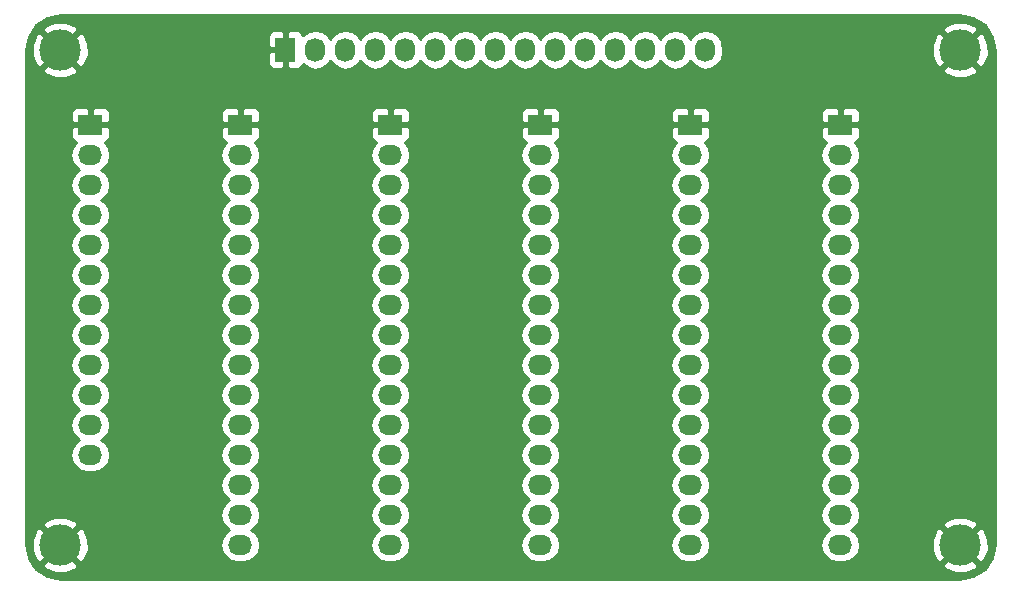
<source format=gbl>
G04 #@! TF.FileFunction,Copper,L2,Bot,Signal*
%FSLAX46Y46*%
G04 Gerber Fmt 4.6, Leading zero omitted, Abs format (unit mm)*
G04 Created by KiCad (PCBNEW 4.0.2-4+6225~38~ubuntu15.10.1-stable) date Sun 27 Mar 2016 09:59:08 PM MSK*
%MOMM*%
G01*
G04 APERTURE LIST*
%ADD10C,0.020000*%
%ADD11C,3.500000*%
%ADD12R,2.032000X1.727200*%
%ADD13O,2.032000X1.727200*%
%ADD14R,1.727200X2.032000*%
%ADD15O,1.727200X2.032000*%
%ADD16C,0.254000*%
G04 APERTURE END LIST*
D10*
D11*
X161290000Y-101600000D03*
X161290000Y-143510000D03*
X85090000Y-143510000D03*
D12*
X125730000Y-107950000D03*
D13*
X125730000Y-110490000D03*
X125730000Y-113030000D03*
X125730000Y-115570000D03*
X125730000Y-118110000D03*
X125730000Y-120650000D03*
X125730000Y-123190000D03*
X125730000Y-125730000D03*
X125730000Y-128270000D03*
X125730000Y-130810000D03*
X125730000Y-133350000D03*
X125730000Y-135890000D03*
X125730000Y-138430000D03*
X125730000Y-140970000D03*
X125730000Y-143510000D03*
D12*
X138430000Y-107950000D03*
D13*
X138430000Y-110490000D03*
X138430000Y-113030000D03*
X138430000Y-115570000D03*
X138430000Y-118110000D03*
X138430000Y-120650000D03*
X138430000Y-123190000D03*
X138430000Y-125730000D03*
X138430000Y-128270000D03*
X138430000Y-130810000D03*
X138430000Y-133350000D03*
X138430000Y-135890000D03*
X138430000Y-138430000D03*
X138430000Y-140970000D03*
X138430000Y-143510000D03*
D12*
X100330000Y-107950000D03*
D13*
X100330000Y-110490000D03*
X100330000Y-113030000D03*
X100330000Y-115570000D03*
X100330000Y-118110000D03*
X100330000Y-120650000D03*
X100330000Y-123190000D03*
X100330000Y-125730000D03*
X100330000Y-128270000D03*
X100330000Y-130810000D03*
X100330000Y-133350000D03*
X100330000Y-135890000D03*
X100330000Y-138430000D03*
X100330000Y-140970000D03*
X100330000Y-143510000D03*
D12*
X87630000Y-107950000D03*
D13*
X87630000Y-110490000D03*
X87630000Y-113030000D03*
X87630000Y-115570000D03*
X87630000Y-118110000D03*
X87630000Y-120650000D03*
X87630000Y-123190000D03*
X87630000Y-125730000D03*
X87630000Y-128270000D03*
X87630000Y-130810000D03*
X87630000Y-133350000D03*
X87630000Y-135890000D03*
D12*
X113030000Y-107950000D03*
D13*
X113030000Y-110490000D03*
X113030000Y-113030000D03*
X113030000Y-115570000D03*
X113030000Y-118110000D03*
X113030000Y-120650000D03*
X113030000Y-123190000D03*
X113030000Y-125730000D03*
X113030000Y-128270000D03*
X113030000Y-130810000D03*
X113030000Y-133350000D03*
X113030000Y-135890000D03*
X113030000Y-138430000D03*
X113030000Y-140970000D03*
X113030000Y-143510000D03*
D12*
X151130000Y-107950000D03*
D13*
X151130000Y-110490000D03*
X151130000Y-113030000D03*
X151130000Y-115570000D03*
X151130000Y-118110000D03*
X151130000Y-120650000D03*
X151130000Y-123190000D03*
X151130000Y-125730000D03*
X151130000Y-128270000D03*
X151130000Y-130810000D03*
X151130000Y-133350000D03*
X151130000Y-135890000D03*
X151130000Y-138430000D03*
X151130000Y-140970000D03*
X151130000Y-143510000D03*
D11*
X85090000Y-101600000D03*
D14*
X104140000Y-101600000D03*
D15*
X106680000Y-101600000D03*
X109220000Y-101600000D03*
X111760000Y-101600000D03*
X114300000Y-101600000D03*
X116840000Y-101600000D03*
X119380000Y-101600000D03*
X121920000Y-101600000D03*
X124460000Y-101600000D03*
X127000000Y-101600000D03*
X129540000Y-101600000D03*
X132080000Y-101600000D03*
X134620000Y-101600000D03*
X137160000Y-101600000D03*
X139700000Y-101600000D03*
D16*
G36*
X162402713Y-98913671D02*
X163346027Y-99543973D01*
X163976329Y-100487286D01*
X164215000Y-101687165D01*
X164215000Y-143422835D01*
X163976329Y-144622714D01*
X163346027Y-145566027D01*
X162402713Y-146196329D01*
X161202835Y-146435000D01*
X85177165Y-146435000D01*
X83977286Y-146196329D01*
X83033973Y-145566027D01*
X82792428Y-145204528D01*
X83575077Y-145204528D01*
X83765364Y-145549271D01*
X84646591Y-145900956D01*
X85595323Y-145888641D01*
X86414636Y-145549271D01*
X86604923Y-145204528D01*
X159775077Y-145204528D01*
X159965364Y-145549271D01*
X160846591Y-145900956D01*
X161795323Y-145888641D01*
X162614636Y-145549271D01*
X162804923Y-145204528D01*
X161290000Y-143689605D01*
X159775077Y-145204528D01*
X86604923Y-145204528D01*
X85090000Y-143689605D01*
X83575077Y-145204528D01*
X82792428Y-145204528D01*
X82403671Y-144622713D01*
X82165000Y-143422835D01*
X82165000Y-143066591D01*
X82699044Y-143066591D01*
X82711359Y-144015323D01*
X83050729Y-144834636D01*
X83395472Y-145024923D01*
X84910395Y-143510000D01*
X85269605Y-143510000D01*
X86784528Y-145024923D01*
X87129271Y-144834636D01*
X87480956Y-143953409D01*
X87468641Y-143004677D01*
X87129271Y-142185364D01*
X86784528Y-141995077D01*
X85269605Y-143510000D01*
X84910395Y-143510000D01*
X83395472Y-141995077D01*
X83050729Y-142185364D01*
X82699044Y-143066591D01*
X82165000Y-143066591D01*
X82165000Y-141815472D01*
X83575077Y-141815472D01*
X85090000Y-143330395D01*
X86604923Y-141815472D01*
X86414636Y-141470729D01*
X85533409Y-141119044D01*
X84584677Y-141131359D01*
X83765364Y-141470729D01*
X83575077Y-141815472D01*
X82165000Y-141815472D01*
X82165000Y-110490000D01*
X85946655Y-110490000D01*
X86060729Y-111063489D01*
X86385585Y-111549670D01*
X86700366Y-111760000D01*
X86385585Y-111970330D01*
X86060729Y-112456511D01*
X85946655Y-113030000D01*
X86060729Y-113603489D01*
X86385585Y-114089670D01*
X86700366Y-114300000D01*
X86385585Y-114510330D01*
X86060729Y-114996511D01*
X85946655Y-115570000D01*
X86060729Y-116143489D01*
X86385585Y-116629670D01*
X86700366Y-116840000D01*
X86385585Y-117050330D01*
X86060729Y-117536511D01*
X85946655Y-118110000D01*
X86060729Y-118683489D01*
X86385585Y-119169670D01*
X86700366Y-119380000D01*
X86385585Y-119590330D01*
X86060729Y-120076511D01*
X85946655Y-120650000D01*
X86060729Y-121223489D01*
X86385585Y-121709670D01*
X86700366Y-121920000D01*
X86385585Y-122130330D01*
X86060729Y-122616511D01*
X85946655Y-123190000D01*
X86060729Y-123763489D01*
X86385585Y-124249670D01*
X86700366Y-124460000D01*
X86385585Y-124670330D01*
X86060729Y-125156511D01*
X85946655Y-125730000D01*
X86060729Y-126303489D01*
X86385585Y-126789670D01*
X86700366Y-127000000D01*
X86385585Y-127210330D01*
X86060729Y-127696511D01*
X85946655Y-128270000D01*
X86060729Y-128843489D01*
X86385585Y-129329670D01*
X86700366Y-129540000D01*
X86385585Y-129750330D01*
X86060729Y-130236511D01*
X85946655Y-130810000D01*
X86060729Y-131383489D01*
X86385585Y-131869670D01*
X86700366Y-132080000D01*
X86385585Y-132290330D01*
X86060729Y-132776511D01*
X85946655Y-133350000D01*
X86060729Y-133923489D01*
X86385585Y-134409670D01*
X86700366Y-134620000D01*
X86385585Y-134830330D01*
X86060729Y-135316511D01*
X85946655Y-135890000D01*
X86060729Y-136463489D01*
X86385585Y-136949670D01*
X86871766Y-137274526D01*
X87445255Y-137388600D01*
X87814745Y-137388600D01*
X88388234Y-137274526D01*
X88874415Y-136949670D01*
X89199271Y-136463489D01*
X89313345Y-135890000D01*
X89199271Y-135316511D01*
X88874415Y-134830330D01*
X88559634Y-134620000D01*
X88874415Y-134409670D01*
X89199271Y-133923489D01*
X89313345Y-133350000D01*
X89199271Y-132776511D01*
X88874415Y-132290330D01*
X88559634Y-132080000D01*
X88874415Y-131869670D01*
X89199271Y-131383489D01*
X89313345Y-130810000D01*
X89199271Y-130236511D01*
X88874415Y-129750330D01*
X88559634Y-129540000D01*
X88874415Y-129329670D01*
X89199271Y-128843489D01*
X89313345Y-128270000D01*
X89199271Y-127696511D01*
X88874415Y-127210330D01*
X88559634Y-127000000D01*
X88874415Y-126789670D01*
X89199271Y-126303489D01*
X89313345Y-125730000D01*
X89199271Y-125156511D01*
X88874415Y-124670330D01*
X88559634Y-124460000D01*
X88874415Y-124249670D01*
X89199271Y-123763489D01*
X89313345Y-123190000D01*
X89199271Y-122616511D01*
X88874415Y-122130330D01*
X88559634Y-121920000D01*
X88874415Y-121709670D01*
X89199271Y-121223489D01*
X89313345Y-120650000D01*
X89199271Y-120076511D01*
X88874415Y-119590330D01*
X88559634Y-119380000D01*
X88874415Y-119169670D01*
X89199271Y-118683489D01*
X89313345Y-118110000D01*
X89199271Y-117536511D01*
X88874415Y-117050330D01*
X88559634Y-116840000D01*
X88874415Y-116629670D01*
X89199271Y-116143489D01*
X89313345Y-115570000D01*
X89199271Y-114996511D01*
X88874415Y-114510330D01*
X88559634Y-114300000D01*
X88874415Y-114089670D01*
X89199271Y-113603489D01*
X89313345Y-113030000D01*
X89199271Y-112456511D01*
X88874415Y-111970330D01*
X88559634Y-111760000D01*
X88874415Y-111549670D01*
X89199271Y-111063489D01*
X89313345Y-110490000D01*
X98646655Y-110490000D01*
X98760729Y-111063489D01*
X99085585Y-111549670D01*
X99400366Y-111760000D01*
X99085585Y-111970330D01*
X98760729Y-112456511D01*
X98646655Y-113030000D01*
X98760729Y-113603489D01*
X99085585Y-114089670D01*
X99400366Y-114300000D01*
X99085585Y-114510330D01*
X98760729Y-114996511D01*
X98646655Y-115570000D01*
X98760729Y-116143489D01*
X99085585Y-116629670D01*
X99400366Y-116840000D01*
X99085585Y-117050330D01*
X98760729Y-117536511D01*
X98646655Y-118110000D01*
X98760729Y-118683489D01*
X99085585Y-119169670D01*
X99400366Y-119380000D01*
X99085585Y-119590330D01*
X98760729Y-120076511D01*
X98646655Y-120650000D01*
X98760729Y-121223489D01*
X99085585Y-121709670D01*
X99400366Y-121920000D01*
X99085585Y-122130330D01*
X98760729Y-122616511D01*
X98646655Y-123190000D01*
X98760729Y-123763489D01*
X99085585Y-124249670D01*
X99400366Y-124460000D01*
X99085585Y-124670330D01*
X98760729Y-125156511D01*
X98646655Y-125730000D01*
X98760729Y-126303489D01*
X99085585Y-126789670D01*
X99400366Y-127000000D01*
X99085585Y-127210330D01*
X98760729Y-127696511D01*
X98646655Y-128270000D01*
X98760729Y-128843489D01*
X99085585Y-129329670D01*
X99400366Y-129540000D01*
X99085585Y-129750330D01*
X98760729Y-130236511D01*
X98646655Y-130810000D01*
X98760729Y-131383489D01*
X99085585Y-131869670D01*
X99400366Y-132080000D01*
X99085585Y-132290330D01*
X98760729Y-132776511D01*
X98646655Y-133350000D01*
X98760729Y-133923489D01*
X99085585Y-134409670D01*
X99400366Y-134620000D01*
X99085585Y-134830330D01*
X98760729Y-135316511D01*
X98646655Y-135890000D01*
X98760729Y-136463489D01*
X99085585Y-136949670D01*
X99400366Y-137160000D01*
X99085585Y-137370330D01*
X98760729Y-137856511D01*
X98646655Y-138430000D01*
X98760729Y-139003489D01*
X99085585Y-139489670D01*
X99400366Y-139700000D01*
X99085585Y-139910330D01*
X98760729Y-140396511D01*
X98646655Y-140970000D01*
X98760729Y-141543489D01*
X99085585Y-142029670D01*
X99400366Y-142240000D01*
X99085585Y-142450330D01*
X98760729Y-142936511D01*
X98646655Y-143510000D01*
X98760729Y-144083489D01*
X99085585Y-144569670D01*
X99571766Y-144894526D01*
X100145255Y-145008600D01*
X100514745Y-145008600D01*
X101088234Y-144894526D01*
X101574415Y-144569670D01*
X101899271Y-144083489D01*
X102013345Y-143510000D01*
X101899271Y-142936511D01*
X101574415Y-142450330D01*
X101259634Y-142240000D01*
X101574415Y-142029670D01*
X101899271Y-141543489D01*
X102013345Y-140970000D01*
X101899271Y-140396511D01*
X101574415Y-139910330D01*
X101259634Y-139700000D01*
X101574415Y-139489670D01*
X101899271Y-139003489D01*
X102013345Y-138430000D01*
X101899271Y-137856511D01*
X101574415Y-137370330D01*
X101259634Y-137160000D01*
X101574415Y-136949670D01*
X101899271Y-136463489D01*
X102013345Y-135890000D01*
X101899271Y-135316511D01*
X101574415Y-134830330D01*
X101259634Y-134620000D01*
X101574415Y-134409670D01*
X101899271Y-133923489D01*
X102013345Y-133350000D01*
X101899271Y-132776511D01*
X101574415Y-132290330D01*
X101259634Y-132080000D01*
X101574415Y-131869670D01*
X101899271Y-131383489D01*
X102013345Y-130810000D01*
X101899271Y-130236511D01*
X101574415Y-129750330D01*
X101259634Y-129540000D01*
X101574415Y-129329670D01*
X101899271Y-128843489D01*
X102013345Y-128270000D01*
X101899271Y-127696511D01*
X101574415Y-127210330D01*
X101259634Y-127000000D01*
X101574415Y-126789670D01*
X101899271Y-126303489D01*
X102013345Y-125730000D01*
X101899271Y-125156511D01*
X101574415Y-124670330D01*
X101259634Y-124460000D01*
X101574415Y-124249670D01*
X101899271Y-123763489D01*
X102013345Y-123190000D01*
X101899271Y-122616511D01*
X101574415Y-122130330D01*
X101259634Y-121920000D01*
X101574415Y-121709670D01*
X101899271Y-121223489D01*
X102013345Y-120650000D01*
X101899271Y-120076511D01*
X101574415Y-119590330D01*
X101259634Y-119380000D01*
X101574415Y-119169670D01*
X101899271Y-118683489D01*
X102013345Y-118110000D01*
X101899271Y-117536511D01*
X101574415Y-117050330D01*
X101259634Y-116840000D01*
X101574415Y-116629670D01*
X101899271Y-116143489D01*
X102013345Y-115570000D01*
X101899271Y-114996511D01*
X101574415Y-114510330D01*
X101259634Y-114300000D01*
X101574415Y-114089670D01*
X101899271Y-113603489D01*
X102013345Y-113030000D01*
X101899271Y-112456511D01*
X101574415Y-111970330D01*
X101259634Y-111760000D01*
X101574415Y-111549670D01*
X101899271Y-111063489D01*
X102013345Y-110490000D01*
X111346655Y-110490000D01*
X111460729Y-111063489D01*
X111785585Y-111549670D01*
X112100366Y-111760000D01*
X111785585Y-111970330D01*
X111460729Y-112456511D01*
X111346655Y-113030000D01*
X111460729Y-113603489D01*
X111785585Y-114089670D01*
X112100366Y-114300000D01*
X111785585Y-114510330D01*
X111460729Y-114996511D01*
X111346655Y-115570000D01*
X111460729Y-116143489D01*
X111785585Y-116629670D01*
X112100366Y-116840000D01*
X111785585Y-117050330D01*
X111460729Y-117536511D01*
X111346655Y-118110000D01*
X111460729Y-118683489D01*
X111785585Y-119169670D01*
X112100366Y-119380000D01*
X111785585Y-119590330D01*
X111460729Y-120076511D01*
X111346655Y-120650000D01*
X111460729Y-121223489D01*
X111785585Y-121709670D01*
X112100366Y-121920000D01*
X111785585Y-122130330D01*
X111460729Y-122616511D01*
X111346655Y-123190000D01*
X111460729Y-123763489D01*
X111785585Y-124249670D01*
X112100366Y-124460000D01*
X111785585Y-124670330D01*
X111460729Y-125156511D01*
X111346655Y-125730000D01*
X111460729Y-126303489D01*
X111785585Y-126789670D01*
X112100366Y-127000000D01*
X111785585Y-127210330D01*
X111460729Y-127696511D01*
X111346655Y-128270000D01*
X111460729Y-128843489D01*
X111785585Y-129329670D01*
X112100366Y-129540000D01*
X111785585Y-129750330D01*
X111460729Y-130236511D01*
X111346655Y-130810000D01*
X111460729Y-131383489D01*
X111785585Y-131869670D01*
X112100366Y-132080000D01*
X111785585Y-132290330D01*
X111460729Y-132776511D01*
X111346655Y-133350000D01*
X111460729Y-133923489D01*
X111785585Y-134409670D01*
X112100366Y-134620000D01*
X111785585Y-134830330D01*
X111460729Y-135316511D01*
X111346655Y-135890000D01*
X111460729Y-136463489D01*
X111785585Y-136949670D01*
X112100366Y-137160000D01*
X111785585Y-137370330D01*
X111460729Y-137856511D01*
X111346655Y-138430000D01*
X111460729Y-139003489D01*
X111785585Y-139489670D01*
X112100366Y-139700000D01*
X111785585Y-139910330D01*
X111460729Y-140396511D01*
X111346655Y-140970000D01*
X111460729Y-141543489D01*
X111785585Y-142029670D01*
X112100366Y-142240000D01*
X111785585Y-142450330D01*
X111460729Y-142936511D01*
X111346655Y-143510000D01*
X111460729Y-144083489D01*
X111785585Y-144569670D01*
X112271766Y-144894526D01*
X112845255Y-145008600D01*
X113214745Y-145008600D01*
X113788234Y-144894526D01*
X114274415Y-144569670D01*
X114599271Y-144083489D01*
X114713345Y-143510000D01*
X114599271Y-142936511D01*
X114274415Y-142450330D01*
X113959634Y-142240000D01*
X114274415Y-142029670D01*
X114599271Y-141543489D01*
X114713345Y-140970000D01*
X114599271Y-140396511D01*
X114274415Y-139910330D01*
X113959634Y-139700000D01*
X114274415Y-139489670D01*
X114599271Y-139003489D01*
X114713345Y-138430000D01*
X114599271Y-137856511D01*
X114274415Y-137370330D01*
X113959634Y-137160000D01*
X114274415Y-136949670D01*
X114599271Y-136463489D01*
X114713345Y-135890000D01*
X114599271Y-135316511D01*
X114274415Y-134830330D01*
X113959634Y-134620000D01*
X114274415Y-134409670D01*
X114599271Y-133923489D01*
X114713345Y-133350000D01*
X114599271Y-132776511D01*
X114274415Y-132290330D01*
X113959634Y-132080000D01*
X114274415Y-131869670D01*
X114599271Y-131383489D01*
X114713345Y-130810000D01*
X114599271Y-130236511D01*
X114274415Y-129750330D01*
X113959634Y-129540000D01*
X114274415Y-129329670D01*
X114599271Y-128843489D01*
X114713345Y-128270000D01*
X114599271Y-127696511D01*
X114274415Y-127210330D01*
X113959634Y-127000000D01*
X114274415Y-126789670D01*
X114599271Y-126303489D01*
X114713345Y-125730000D01*
X114599271Y-125156511D01*
X114274415Y-124670330D01*
X113959634Y-124460000D01*
X114274415Y-124249670D01*
X114599271Y-123763489D01*
X114713345Y-123190000D01*
X114599271Y-122616511D01*
X114274415Y-122130330D01*
X113959634Y-121920000D01*
X114274415Y-121709670D01*
X114599271Y-121223489D01*
X114713345Y-120650000D01*
X114599271Y-120076511D01*
X114274415Y-119590330D01*
X113959634Y-119380000D01*
X114274415Y-119169670D01*
X114599271Y-118683489D01*
X114713345Y-118110000D01*
X114599271Y-117536511D01*
X114274415Y-117050330D01*
X113959634Y-116840000D01*
X114274415Y-116629670D01*
X114599271Y-116143489D01*
X114713345Y-115570000D01*
X114599271Y-114996511D01*
X114274415Y-114510330D01*
X113959634Y-114300000D01*
X114274415Y-114089670D01*
X114599271Y-113603489D01*
X114713345Y-113030000D01*
X114599271Y-112456511D01*
X114274415Y-111970330D01*
X113959634Y-111760000D01*
X114274415Y-111549670D01*
X114599271Y-111063489D01*
X114713345Y-110490000D01*
X124046655Y-110490000D01*
X124160729Y-111063489D01*
X124485585Y-111549670D01*
X124800366Y-111760000D01*
X124485585Y-111970330D01*
X124160729Y-112456511D01*
X124046655Y-113030000D01*
X124160729Y-113603489D01*
X124485585Y-114089670D01*
X124800366Y-114300000D01*
X124485585Y-114510330D01*
X124160729Y-114996511D01*
X124046655Y-115570000D01*
X124160729Y-116143489D01*
X124485585Y-116629670D01*
X124800366Y-116840000D01*
X124485585Y-117050330D01*
X124160729Y-117536511D01*
X124046655Y-118110000D01*
X124160729Y-118683489D01*
X124485585Y-119169670D01*
X124800366Y-119380000D01*
X124485585Y-119590330D01*
X124160729Y-120076511D01*
X124046655Y-120650000D01*
X124160729Y-121223489D01*
X124485585Y-121709670D01*
X124800366Y-121920000D01*
X124485585Y-122130330D01*
X124160729Y-122616511D01*
X124046655Y-123190000D01*
X124160729Y-123763489D01*
X124485585Y-124249670D01*
X124800366Y-124460000D01*
X124485585Y-124670330D01*
X124160729Y-125156511D01*
X124046655Y-125730000D01*
X124160729Y-126303489D01*
X124485585Y-126789670D01*
X124800366Y-127000000D01*
X124485585Y-127210330D01*
X124160729Y-127696511D01*
X124046655Y-128270000D01*
X124160729Y-128843489D01*
X124485585Y-129329670D01*
X124800366Y-129540000D01*
X124485585Y-129750330D01*
X124160729Y-130236511D01*
X124046655Y-130810000D01*
X124160729Y-131383489D01*
X124485585Y-131869670D01*
X124800366Y-132080000D01*
X124485585Y-132290330D01*
X124160729Y-132776511D01*
X124046655Y-133350000D01*
X124160729Y-133923489D01*
X124485585Y-134409670D01*
X124800366Y-134620000D01*
X124485585Y-134830330D01*
X124160729Y-135316511D01*
X124046655Y-135890000D01*
X124160729Y-136463489D01*
X124485585Y-136949670D01*
X124800366Y-137160000D01*
X124485585Y-137370330D01*
X124160729Y-137856511D01*
X124046655Y-138430000D01*
X124160729Y-139003489D01*
X124485585Y-139489670D01*
X124800366Y-139700000D01*
X124485585Y-139910330D01*
X124160729Y-140396511D01*
X124046655Y-140970000D01*
X124160729Y-141543489D01*
X124485585Y-142029670D01*
X124800366Y-142240000D01*
X124485585Y-142450330D01*
X124160729Y-142936511D01*
X124046655Y-143510000D01*
X124160729Y-144083489D01*
X124485585Y-144569670D01*
X124971766Y-144894526D01*
X125545255Y-145008600D01*
X125914745Y-145008600D01*
X126488234Y-144894526D01*
X126974415Y-144569670D01*
X127299271Y-144083489D01*
X127413345Y-143510000D01*
X127299271Y-142936511D01*
X126974415Y-142450330D01*
X126659634Y-142240000D01*
X126974415Y-142029670D01*
X127299271Y-141543489D01*
X127413345Y-140970000D01*
X127299271Y-140396511D01*
X126974415Y-139910330D01*
X126659634Y-139700000D01*
X126974415Y-139489670D01*
X127299271Y-139003489D01*
X127413345Y-138430000D01*
X127299271Y-137856511D01*
X126974415Y-137370330D01*
X126659634Y-137160000D01*
X126974415Y-136949670D01*
X127299271Y-136463489D01*
X127413345Y-135890000D01*
X127299271Y-135316511D01*
X126974415Y-134830330D01*
X126659634Y-134620000D01*
X126974415Y-134409670D01*
X127299271Y-133923489D01*
X127413345Y-133350000D01*
X127299271Y-132776511D01*
X126974415Y-132290330D01*
X126659634Y-132080000D01*
X126974415Y-131869670D01*
X127299271Y-131383489D01*
X127413345Y-130810000D01*
X127299271Y-130236511D01*
X126974415Y-129750330D01*
X126659634Y-129540000D01*
X126974415Y-129329670D01*
X127299271Y-128843489D01*
X127413345Y-128270000D01*
X127299271Y-127696511D01*
X126974415Y-127210330D01*
X126659634Y-127000000D01*
X126974415Y-126789670D01*
X127299271Y-126303489D01*
X127413345Y-125730000D01*
X127299271Y-125156511D01*
X126974415Y-124670330D01*
X126659634Y-124460000D01*
X126974415Y-124249670D01*
X127299271Y-123763489D01*
X127413345Y-123190000D01*
X127299271Y-122616511D01*
X126974415Y-122130330D01*
X126659634Y-121920000D01*
X126974415Y-121709670D01*
X127299271Y-121223489D01*
X127413345Y-120650000D01*
X127299271Y-120076511D01*
X126974415Y-119590330D01*
X126659634Y-119380000D01*
X126974415Y-119169670D01*
X127299271Y-118683489D01*
X127413345Y-118110000D01*
X127299271Y-117536511D01*
X126974415Y-117050330D01*
X126659634Y-116840000D01*
X126974415Y-116629670D01*
X127299271Y-116143489D01*
X127413345Y-115570000D01*
X127299271Y-114996511D01*
X126974415Y-114510330D01*
X126659634Y-114300000D01*
X126974415Y-114089670D01*
X127299271Y-113603489D01*
X127413345Y-113030000D01*
X127299271Y-112456511D01*
X126974415Y-111970330D01*
X126659634Y-111760000D01*
X126974415Y-111549670D01*
X127299271Y-111063489D01*
X127413345Y-110490000D01*
X136746655Y-110490000D01*
X136860729Y-111063489D01*
X137185585Y-111549670D01*
X137500366Y-111760000D01*
X137185585Y-111970330D01*
X136860729Y-112456511D01*
X136746655Y-113030000D01*
X136860729Y-113603489D01*
X137185585Y-114089670D01*
X137500366Y-114300000D01*
X137185585Y-114510330D01*
X136860729Y-114996511D01*
X136746655Y-115570000D01*
X136860729Y-116143489D01*
X137185585Y-116629670D01*
X137500366Y-116840000D01*
X137185585Y-117050330D01*
X136860729Y-117536511D01*
X136746655Y-118110000D01*
X136860729Y-118683489D01*
X137185585Y-119169670D01*
X137500366Y-119380000D01*
X137185585Y-119590330D01*
X136860729Y-120076511D01*
X136746655Y-120650000D01*
X136860729Y-121223489D01*
X137185585Y-121709670D01*
X137500366Y-121920000D01*
X137185585Y-122130330D01*
X136860729Y-122616511D01*
X136746655Y-123190000D01*
X136860729Y-123763489D01*
X137185585Y-124249670D01*
X137500366Y-124460000D01*
X137185585Y-124670330D01*
X136860729Y-125156511D01*
X136746655Y-125730000D01*
X136860729Y-126303489D01*
X137185585Y-126789670D01*
X137500366Y-127000000D01*
X137185585Y-127210330D01*
X136860729Y-127696511D01*
X136746655Y-128270000D01*
X136860729Y-128843489D01*
X137185585Y-129329670D01*
X137500366Y-129540000D01*
X137185585Y-129750330D01*
X136860729Y-130236511D01*
X136746655Y-130810000D01*
X136860729Y-131383489D01*
X137185585Y-131869670D01*
X137500366Y-132080000D01*
X137185585Y-132290330D01*
X136860729Y-132776511D01*
X136746655Y-133350000D01*
X136860729Y-133923489D01*
X137185585Y-134409670D01*
X137500366Y-134620000D01*
X137185585Y-134830330D01*
X136860729Y-135316511D01*
X136746655Y-135890000D01*
X136860729Y-136463489D01*
X137185585Y-136949670D01*
X137500366Y-137160000D01*
X137185585Y-137370330D01*
X136860729Y-137856511D01*
X136746655Y-138430000D01*
X136860729Y-139003489D01*
X137185585Y-139489670D01*
X137500366Y-139700000D01*
X137185585Y-139910330D01*
X136860729Y-140396511D01*
X136746655Y-140970000D01*
X136860729Y-141543489D01*
X137185585Y-142029670D01*
X137500366Y-142240000D01*
X137185585Y-142450330D01*
X136860729Y-142936511D01*
X136746655Y-143510000D01*
X136860729Y-144083489D01*
X137185585Y-144569670D01*
X137671766Y-144894526D01*
X138245255Y-145008600D01*
X138614745Y-145008600D01*
X139188234Y-144894526D01*
X139674415Y-144569670D01*
X139999271Y-144083489D01*
X140113345Y-143510000D01*
X139999271Y-142936511D01*
X139674415Y-142450330D01*
X139359634Y-142240000D01*
X139674415Y-142029670D01*
X139999271Y-141543489D01*
X140113345Y-140970000D01*
X139999271Y-140396511D01*
X139674415Y-139910330D01*
X139359634Y-139700000D01*
X139674415Y-139489670D01*
X139999271Y-139003489D01*
X140113345Y-138430000D01*
X139999271Y-137856511D01*
X139674415Y-137370330D01*
X139359634Y-137160000D01*
X139674415Y-136949670D01*
X139999271Y-136463489D01*
X140113345Y-135890000D01*
X139999271Y-135316511D01*
X139674415Y-134830330D01*
X139359634Y-134620000D01*
X139674415Y-134409670D01*
X139999271Y-133923489D01*
X140113345Y-133350000D01*
X139999271Y-132776511D01*
X139674415Y-132290330D01*
X139359634Y-132080000D01*
X139674415Y-131869670D01*
X139999271Y-131383489D01*
X140113345Y-130810000D01*
X139999271Y-130236511D01*
X139674415Y-129750330D01*
X139359634Y-129540000D01*
X139674415Y-129329670D01*
X139999271Y-128843489D01*
X140113345Y-128270000D01*
X139999271Y-127696511D01*
X139674415Y-127210330D01*
X139359634Y-127000000D01*
X139674415Y-126789670D01*
X139999271Y-126303489D01*
X140113345Y-125730000D01*
X139999271Y-125156511D01*
X139674415Y-124670330D01*
X139359634Y-124460000D01*
X139674415Y-124249670D01*
X139999271Y-123763489D01*
X140113345Y-123190000D01*
X139999271Y-122616511D01*
X139674415Y-122130330D01*
X139359634Y-121920000D01*
X139674415Y-121709670D01*
X139999271Y-121223489D01*
X140113345Y-120650000D01*
X139999271Y-120076511D01*
X139674415Y-119590330D01*
X139359634Y-119380000D01*
X139674415Y-119169670D01*
X139999271Y-118683489D01*
X140113345Y-118110000D01*
X139999271Y-117536511D01*
X139674415Y-117050330D01*
X139359634Y-116840000D01*
X139674415Y-116629670D01*
X139999271Y-116143489D01*
X140113345Y-115570000D01*
X139999271Y-114996511D01*
X139674415Y-114510330D01*
X139359634Y-114300000D01*
X139674415Y-114089670D01*
X139999271Y-113603489D01*
X140113345Y-113030000D01*
X139999271Y-112456511D01*
X139674415Y-111970330D01*
X139359634Y-111760000D01*
X139674415Y-111549670D01*
X139999271Y-111063489D01*
X140113345Y-110490000D01*
X149446655Y-110490000D01*
X149560729Y-111063489D01*
X149885585Y-111549670D01*
X150200366Y-111760000D01*
X149885585Y-111970330D01*
X149560729Y-112456511D01*
X149446655Y-113030000D01*
X149560729Y-113603489D01*
X149885585Y-114089670D01*
X150200366Y-114300000D01*
X149885585Y-114510330D01*
X149560729Y-114996511D01*
X149446655Y-115570000D01*
X149560729Y-116143489D01*
X149885585Y-116629670D01*
X150200366Y-116840000D01*
X149885585Y-117050330D01*
X149560729Y-117536511D01*
X149446655Y-118110000D01*
X149560729Y-118683489D01*
X149885585Y-119169670D01*
X150200366Y-119380000D01*
X149885585Y-119590330D01*
X149560729Y-120076511D01*
X149446655Y-120650000D01*
X149560729Y-121223489D01*
X149885585Y-121709670D01*
X150200366Y-121920000D01*
X149885585Y-122130330D01*
X149560729Y-122616511D01*
X149446655Y-123190000D01*
X149560729Y-123763489D01*
X149885585Y-124249670D01*
X150200366Y-124460000D01*
X149885585Y-124670330D01*
X149560729Y-125156511D01*
X149446655Y-125730000D01*
X149560729Y-126303489D01*
X149885585Y-126789670D01*
X150200366Y-127000000D01*
X149885585Y-127210330D01*
X149560729Y-127696511D01*
X149446655Y-128270000D01*
X149560729Y-128843489D01*
X149885585Y-129329670D01*
X150200366Y-129540000D01*
X149885585Y-129750330D01*
X149560729Y-130236511D01*
X149446655Y-130810000D01*
X149560729Y-131383489D01*
X149885585Y-131869670D01*
X150200366Y-132080000D01*
X149885585Y-132290330D01*
X149560729Y-132776511D01*
X149446655Y-133350000D01*
X149560729Y-133923489D01*
X149885585Y-134409670D01*
X150200366Y-134620000D01*
X149885585Y-134830330D01*
X149560729Y-135316511D01*
X149446655Y-135890000D01*
X149560729Y-136463489D01*
X149885585Y-136949670D01*
X150200366Y-137160000D01*
X149885585Y-137370330D01*
X149560729Y-137856511D01*
X149446655Y-138430000D01*
X149560729Y-139003489D01*
X149885585Y-139489670D01*
X150200366Y-139700000D01*
X149885585Y-139910330D01*
X149560729Y-140396511D01*
X149446655Y-140970000D01*
X149560729Y-141543489D01*
X149885585Y-142029670D01*
X150200366Y-142240000D01*
X149885585Y-142450330D01*
X149560729Y-142936511D01*
X149446655Y-143510000D01*
X149560729Y-144083489D01*
X149885585Y-144569670D01*
X150371766Y-144894526D01*
X150945255Y-145008600D01*
X151314745Y-145008600D01*
X151888234Y-144894526D01*
X152374415Y-144569670D01*
X152699271Y-144083489D01*
X152813345Y-143510000D01*
X152725146Y-143066591D01*
X158899044Y-143066591D01*
X158911359Y-144015323D01*
X159250729Y-144834636D01*
X159595472Y-145024923D01*
X161110395Y-143510000D01*
X161469605Y-143510000D01*
X162984528Y-145024923D01*
X163329271Y-144834636D01*
X163680956Y-143953409D01*
X163668641Y-143004677D01*
X163329271Y-142185364D01*
X162984528Y-141995077D01*
X161469605Y-143510000D01*
X161110395Y-143510000D01*
X159595472Y-141995077D01*
X159250729Y-142185364D01*
X158899044Y-143066591D01*
X152725146Y-143066591D01*
X152699271Y-142936511D01*
X152374415Y-142450330D01*
X152059634Y-142240000D01*
X152374415Y-142029670D01*
X152517537Y-141815472D01*
X159775077Y-141815472D01*
X161290000Y-143330395D01*
X162804923Y-141815472D01*
X162614636Y-141470729D01*
X161733409Y-141119044D01*
X160784677Y-141131359D01*
X159965364Y-141470729D01*
X159775077Y-141815472D01*
X152517537Y-141815472D01*
X152699271Y-141543489D01*
X152813345Y-140970000D01*
X152699271Y-140396511D01*
X152374415Y-139910330D01*
X152059634Y-139700000D01*
X152374415Y-139489670D01*
X152699271Y-139003489D01*
X152813345Y-138430000D01*
X152699271Y-137856511D01*
X152374415Y-137370330D01*
X152059634Y-137160000D01*
X152374415Y-136949670D01*
X152699271Y-136463489D01*
X152813345Y-135890000D01*
X152699271Y-135316511D01*
X152374415Y-134830330D01*
X152059634Y-134620000D01*
X152374415Y-134409670D01*
X152699271Y-133923489D01*
X152813345Y-133350000D01*
X152699271Y-132776511D01*
X152374415Y-132290330D01*
X152059634Y-132080000D01*
X152374415Y-131869670D01*
X152699271Y-131383489D01*
X152813345Y-130810000D01*
X152699271Y-130236511D01*
X152374415Y-129750330D01*
X152059634Y-129540000D01*
X152374415Y-129329670D01*
X152699271Y-128843489D01*
X152813345Y-128270000D01*
X152699271Y-127696511D01*
X152374415Y-127210330D01*
X152059634Y-127000000D01*
X152374415Y-126789670D01*
X152699271Y-126303489D01*
X152813345Y-125730000D01*
X152699271Y-125156511D01*
X152374415Y-124670330D01*
X152059634Y-124460000D01*
X152374415Y-124249670D01*
X152699271Y-123763489D01*
X152813345Y-123190000D01*
X152699271Y-122616511D01*
X152374415Y-122130330D01*
X152059634Y-121920000D01*
X152374415Y-121709670D01*
X152699271Y-121223489D01*
X152813345Y-120650000D01*
X152699271Y-120076511D01*
X152374415Y-119590330D01*
X152059634Y-119380000D01*
X152374415Y-119169670D01*
X152699271Y-118683489D01*
X152813345Y-118110000D01*
X152699271Y-117536511D01*
X152374415Y-117050330D01*
X152059634Y-116840000D01*
X152374415Y-116629670D01*
X152699271Y-116143489D01*
X152813345Y-115570000D01*
X152699271Y-114996511D01*
X152374415Y-114510330D01*
X152059634Y-114300000D01*
X152374415Y-114089670D01*
X152699271Y-113603489D01*
X152813345Y-113030000D01*
X152699271Y-112456511D01*
X152374415Y-111970330D01*
X152059634Y-111760000D01*
X152374415Y-111549670D01*
X152699271Y-111063489D01*
X152813345Y-110490000D01*
X152699271Y-109916511D01*
X152374415Y-109430330D01*
X152352220Y-109415500D01*
X152505698Y-109351927D01*
X152684327Y-109173299D01*
X152781000Y-108939910D01*
X152781000Y-108235750D01*
X152622250Y-108077000D01*
X151257000Y-108077000D01*
X151257000Y-108097000D01*
X151003000Y-108097000D01*
X151003000Y-108077000D01*
X149637750Y-108077000D01*
X149479000Y-108235750D01*
X149479000Y-108939910D01*
X149575673Y-109173299D01*
X149754302Y-109351927D01*
X149907780Y-109415500D01*
X149885585Y-109430330D01*
X149560729Y-109916511D01*
X149446655Y-110490000D01*
X140113345Y-110490000D01*
X139999271Y-109916511D01*
X139674415Y-109430330D01*
X139652220Y-109415500D01*
X139805698Y-109351927D01*
X139984327Y-109173299D01*
X140081000Y-108939910D01*
X140081000Y-108235750D01*
X139922250Y-108077000D01*
X138557000Y-108077000D01*
X138557000Y-108097000D01*
X138303000Y-108097000D01*
X138303000Y-108077000D01*
X136937750Y-108077000D01*
X136779000Y-108235750D01*
X136779000Y-108939910D01*
X136875673Y-109173299D01*
X137054302Y-109351927D01*
X137207780Y-109415500D01*
X137185585Y-109430330D01*
X136860729Y-109916511D01*
X136746655Y-110490000D01*
X127413345Y-110490000D01*
X127299271Y-109916511D01*
X126974415Y-109430330D01*
X126952220Y-109415500D01*
X127105698Y-109351927D01*
X127284327Y-109173299D01*
X127381000Y-108939910D01*
X127381000Y-108235750D01*
X127222250Y-108077000D01*
X125857000Y-108077000D01*
X125857000Y-108097000D01*
X125603000Y-108097000D01*
X125603000Y-108077000D01*
X124237750Y-108077000D01*
X124079000Y-108235750D01*
X124079000Y-108939910D01*
X124175673Y-109173299D01*
X124354302Y-109351927D01*
X124507780Y-109415500D01*
X124485585Y-109430330D01*
X124160729Y-109916511D01*
X124046655Y-110490000D01*
X114713345Y-110490000D01*
X114599271Y-109916511D01*
X114274415Y-109430330D01*
X114252220Y-109415500D01*
X114405698Y-109351927D01*
X114584327Y-109173299D01*
X114681000Y-108939910D01*
X114681000Y-108235750D01*
X114522250Y-108077000D01*
X113157000Y-108077000D01*
X113157000Y-108097000D01*
X112903000Y-108097000D01*
X112903000Y-108077000D01*
X111537750Y-108077000D01*
X111379000Y-108235750D01*
X111379000Y-108939910D01*
X111475673Y-109173299D01*
X111654302Y-109351927D01*
X111807780Y-109415500D01*
X111785585Y-109430330D01*
X111460729Y-109916511D01*
X111346655Y-110490000D01*
X102013345Y-110490000D01*
X101899271Y-109916511D01*
X101574415Y-109430330D01*
X101552220Y-109415500D01*
X101705698Y-109351927D01*
X101884327Y-109173299D01*
X101981000Y-108939910D01*
X101981000Y-108235750D01*
X101822250Y-108077000D01*
X100457000Y-108077000D01*
X100457000Y-108097000D01*
X100203000Y-108097000D01*
X100203000Y-108077000D01*
X98837750Y-108077000D01*
X98679000Y-108235750D01*
X98679000Y-108939910D01*
X98775673Y-109173299D01*
X98954302Y-109351927D01*
X99107780Y-109415500D01*
X99085585Y-109430330D01*
X98760729Y-109916511D01*
X98646655Y-110490000D01*
X89313345Y-110490000D01*
X89199271Y-109916511D01*
X88874415Y-109430330D01*
X88852220Y-109415500D01*
X89005698Y-109351927D01*
X89184327Y-109173299D01*
X89281000Y-108939910D01*
X89281000Y-108235750D01*
X89122250Y-108077000D01*
X87757000Y-108077000D01*
X87757000Y-108097000D01*
X87503000Y-108097000D01*
X87503000Y-108077000D01*
X86137750Y-108077000D01*
X85979000Y-108235750D01*
X85979000Y-108939910D01*
X86075673Y-109173299D01*
X86254302Y-109351927D01*
X86407780Y-109415500D01*
X86385585Y-109430330D01*
X86060729Y-109916511D01*
X85946655Y-110490000D01*
X82165000Y-110490000D01*
X82165000Y-106960090D01*
X85979000Y-106960090D01*
X85979000Y-107664250D01*
X86137750Y-107823000D01*
X87503000Y-107823000D01*
X87503000Y-106610150D01*
X87757000Y-106610150D01*
X87757000Y-107823000D01*
X89122250Y-107823000D01*
X89281000Y-107664250D01*
X89281000Y-106960090D01*
X98679000Y-106960090D01*
X98679000Y-107664250D01*
X98837750Y-107823000D01*
X100203000Y-107823000D01*
X100203000Y-106610150D01*
X100457000Y-106610150D01*
X100457000Y-107823000D01*
X101822250Y-107823000D01*
X101981000Y-107664250D01*
X101981000Y-106960090D01*
X111379000Y-106960090D01*
X111379000Y-107664250D01*
X111537750Y-107823000D01*
X112903000Y-107823000D01*
X112903000Y-106610150D01*
X113157000Y-106610150D01*
X113157000Y-107823000D01*
X114522250Y-107823000D01*
X114681000Y-107664250D01*
X114681000Y-106960090D01*
X124079000Y-106960090D01*
X124079000Y-107664250D01*
X124237750Y-107823000D01*
X125603000Y-107823000D01*
X125603000Y-106610150D01*
X125857000Y-106610150D01*
X125857000Y-107823000D01*
X127222250Y-107823000D01*
X127381000Y-107664250D01*
X127381000Y-106960090D01*
X136779000Y-106960090D01*
X136779000Y-107664250D01*
X136937750Y-107823000D01*
X138303000Y-107823000D01*
X138303000Y-106610150D01*
X138557000Y-106610150D01*
X138557000Y-107823000D01*
X139922250Y-107823000D01*
X140081000Y-107664250D01*
X140081000Y-106960090D01*
X149479000Y-106960090D01*
X149479000Y-107664250D01*
X149637750Y-107823000D01*
X151003000Y-107823000D01*
X151003000Y-106610150D01*
X151257000Y-106610150D01*
X151257000Y-107823000D01*
X152622250Y-107823000D01*
X152781000Y-107664250D01*
X152781000Y-106960090D01*
X152684327Y-106726701D01*
X152505698Y-106548073D01*
X152272309Y-106451400D01*
X151415750Y-106451400D01*
X151257000Y-106610150D01*
X151003000Y-106610150D01*
X150844250Y-106451400D01*
X149987691Y-106451400D01*
X149754302Y-106548073D01*
X149575673Y-106726701D01*
X149479000Y-106960090D01*
X140081000Y-106960090D01*
X139984327Y-106726701D01*
X139805698Y-106548073D01*
X139572309Y-106451400D01*
X138715750Y-106451400D01*
X138557000Y-106610150D01*
X138303000Y-106610150D01*
X138144250Y-106451400D01*
X137287691Y-106451400D01*
X137054302Y-106548073D01*
X136875673Y-106726701D01*
X136779000Y-106960090D01*
X127381000Y-106960090D01*
X127284327Y-106726701D01*
X127105698Y-106548073D01*
X126872309Y-106451400D01*
X126015750Y-106451400D01*
X125857000Y-106610150D01*
X125603000Y-106610150D01*
X125444250Y-106451400D01*
X124587691Y-106451400D01*
X124354302Y-106548073D01*
X124175673Y-106726701D01*
X124079000Y-106960090D01*
X114681000Y-106960090D01*
X114584327Y-106726701D01*
X114405698Y-106548073D01*
X114172309Y-106451400D01*
X113315750Y-106451400D01*
X113157000Y-106610150D01*
X112903000Y-106610150D01*
X112744250Y-106451400D01*
X111887691Y-106451400D01*
X111654302Y-106548073D01*
X111475673Y-106726701D01*
X111379000Y-106960090D01*
X101981000Y-106960090D01*
X101884327Y-106726701D01*
X101705698Y-106548073D01*
X101472309Y-106451400D01*
X100615750Y-106451400D01*
X100457000Y-106610150D01*
X100203000Y-106610150D01*
X100044250Y-106451400D01*
X99187691Y-106451400D01*
X98954302Y-106548073D01*
X98775673Y-106726701D01*
X98679000Y-106960090D01*
X89281000Y-106960090D01*
X89184327Y-106726701D01*
X89005698Y-106548073D01*
X88772309Y-106451400D01*
X87915750Y-106451400D01*
X87757000Y-106610150D01*
X87503000Y-106610150D01*
X87344250Y-106451400D01*
X86487691Y-106451400D01*
X86254302Y-106548073D01*
X86075673Y-106726701D01*
X85979000Y-106960090D01*
X82165000Y-106960090D01*
X82165000Y-103294528D01*
X83575077Y-103294528D01*
X83765364Y-103639271D01*
X84646591Y-103990956D01*
X85595323Y-103978641D01*
X86414636Y-103639271D01*
X86604923Y-103294528D01*
X159775077Y-103294528D01*
X159965364Y-103639271D01*
X160846591Y-103990956D01*
X161795323Y-103978641D01*
X162614636Y-103639271D01*
X162804923Y-103294528D01*
X161290000Y-101779605D01*
X159775077Y-103294528D01*
X86604923Y-103294528D01*
X85090000Y-101779605D01*
X83575077Y-103294528D01*
X82165000Y-103294528D01*
X82165000Y-101687165D01*
X82270537Y-101156591D01*
X82699044Y-101156591D01*
X82711359Y-102105323D01*
X83050729Y-102924636D01*
X83395472Y-103114923D01*
X84910395Y-101600000D01*
X85269605Y-101600000D01*
X86784528Y-103114923D01*
X87129271Y-102924636D01*
X87480956Y-102043409D01*
X87478910Y-101885750D01*
X102641400Y-101885750D01*
X102641400Y-102742309D01*
X102738073Y-102975698D01*
X102916701Y-103154327D01*
X103150090Y-103251000D01*
X103854250Y-103251000D01*
X104013000Y-103092250D01*
X104013000Y-101727000D01*
X102800150Y-101727000D01*
X102641400Y-101885750D01*
X87478910Y-101885750D01*
X87468641Y-101094677D01*
X87204794Y-100457691D01*
X102641400Y-100457691D01*
X102641400Y-101314250D01*
X102800150Y-101473000D01*
X104013000Y-101473000D01*
X104013000Y-100107750D01*
X104267000Y-100107750D01*
X104267000Y-101473000D01*
X104287000Y-101473000D01*
X104287000Y-101727000D01*
X104267000Y-101727000D01*
X104267000Y-103092250D01*
X104425750Y-103251000D01*
X105129910Y-103251000D01*
X105363299Y-103154327D01*
X105541927Y-102975698D01*
X105605500Y-102822220D01*
X105620330Y-102844415D01*
X106106511Y-103169271D01*
X106680000Y-103283345D01*
X107253489Y-103169271D01*
X107739670Y-102844415D01*
X107950000Y-102529634D01*
X108160330Y-102844415D01*
X108646511Y-103169271D01*
X109220000Y-103283345D01*
X109793489Y-103169271D01*
X110279670Y-102844415D01*
X110490000Y-102529634D01*
X110700330Y-102844415D01*
X111186511Y-103169271D01*
X111760000Y-103283345D01*
X112333489Y-103169271D01*
X112819670Y-102844415D01*
X113030000Y-102529634D01*
X113240330Y-102844415D01*
X113726511Y-103169271D01*
X114300000Y-103283345D01*
X114873489Y-103169271D01*
X115359670Y-102844415D01*
X115570000Y-102529634D01*
X115780330Y-102844415D01*
X116266511Y-103169271D01*
X116840000Y-103283345D01*
X117413489Y-103169271D01*
X117899670Y-102844415D01*
X118110000Y-102529634D01*
X118320330Y-102844415D01*
X118806511Y-103169271D01*
X119380000Y-103283345D01*
X119953489Y-103169271D01*
X120439670Y-102844415D01*
X120650000Y-102529634D01*
X120860330Y-102844415D01*
X121346511Y-103169271D01*
X121920000Y-103283345D01*
X122493489Y-103169271D01*
X122979670Y-102844415D01*
X123190000Y-102529634D01*
X123400330Y-102844415D01*
X123886511Y-103169271D01*
X124460000Y-103283345D01*
X125033489Y-103169271D01*
X125519670Y-102844415D01*
X125730000Y-102529634D01*
X125940330Y-102844415D01*
X126426511Y-103169271D01*
X127000000Y-103283345D01*
X127573489Y-103169271D01*
X128059670Y-102844415D01*
X128270000Y-102529634D01*
X128480330Y-102844415D01*
X128966511Y-103169271D01*
X129540000Y-103283345D01*
X130113489Y-103169271D01*
X130599670Y-102844415D01*
X130810000Y-102529634D01*
X131020330Y-102844415D01*
X131506511Y-103169271D01*
X132080000Y-103283345D01*
X132653489Y-103169271D01*
X133139670Y-102844415D01*
X133350000Y-102529634D01*
X133560330Y-102844415D01*
X134046511Y-103169271D01*
X134620000Y-103283345D01*
X135193489Y-103169271D01*
X135679670Y-102844415D01*
X135890000Y-102529634D01*
X136100330Y-102844415D01*
X136586511Y-103169271D01*
X137160000Y-103283345D01*
X137733489Y-103169271D01*
X138219670Y-102844415D01*
X138430000Y-102529634D01*
X138640330Y-102844415D01*
X139126511Y-103169271D01*
X139700000Y-103283345D01*
X140273489Y-103169271D01*
X140759670Y-102844415D01*
X141084526Y-102358234D01*
X141198600Y-101784745D01*
X141198600Y-101415255D01*
X141147149Y-101156591D01*
X158899044Y-101156591D01*
X158911359Y-102105323D01*
X159250729Y-102924636D01*
X159595472Y-103114923D01*
X161110395Y-101600000D01*
X161469605Y-101600000D01*
X162984528Y-103114923D01*
X163329271Y-102924636D01*
X163680956Y-102043409D01*
X163668641Y-101094677D01*
X163329271Y-100275364D01*
X162984528Y-100085077D01*
X161469605Y-101600000D01*
X161110395Y-101600000D01*
X159595472Y-100085077D01*
X159250729Y-100275364D01*
X158899044Y-101156591D01*
X141147149Y-101156591D01*
X141084526Y-100841766D01*
X140759670Y-100355585D01*
X140273489Y-100030729D01*
X139700000Y-99916655D01*
X139126511Y-100030729D01*
X138640330Y-100355585D01*
X138430000Y-100670366D01*
X138219670Y-100355585D01*
X137733489Y-100030729D01*
X137160000Y-99916655D01*
X136586511Y-100030729D01*
X136100330Y-100355585D01*
X135890000Y-100670366D01*
X135679670Y-100355585D01*
X135193489Y-100030729D01*
X134620000Y-99916655D01*
X134046511Y-100030729D01*
X133560330Y-100355585D01*
X133350000Y-100670366D01*
X133139670Y-100355585D01*
X132653489Y-100030729D01*
X132080000Y-99916655D01*
X131506511Y-100030729D01*
X131020330Y-100355585D01*
X130810000Y-100670366D01*
X130599670Y-100355585D01*
X130113489Y-100030729D01*
X129540000Y-99916655D01*
X128966511Y-100030729D01*
X128480330Y-100355585D01*
X128270000Y-100670366D01*
X128059670Y-100355585D01*
X127573489Y-100030729D01*
X127000000Y-99916655D01*
X126426511Y-100030729D01*
X125940330Y-100355585D01*
X125730000Y-100670366D01*
X125519670Y-100355585D01*
X125033489Y-100030729D01*
X124460000Y-99916655D01*
X123886511Y-100030729D01*
X123400330Y-100355585D01*
X123190000Y-100670366D01*
X122979670Y-100355585D01*
X122493489Y-100030729D01*
X121920000Y-99916655D01*
X121346511Y-100030729D01*
X120860330Y-100355585D01*
X120650000Y-100670366D01*
X120439670Y-100355585D01*
X119953489Y-100030729D01*
X119380000Y-99916655D01*
X118806511Y-100030729D01*
X118320330Y-100355585D01*
X118110000Y-100670366D01*
X117899670Y-100355585D01*
X117413489Y-100030729D01*
X116840000Y-99916655D01*
X116266511Y-100030729D01*
X115780330Y-100355585D01*
X115570000Y-100670366D01*
X115359670Y-100355585D01*
X114873489Y-100030729D01*
X114300000Y-99916655D01*
X113726511Y-100030729D01*
X113240330Y-100355585D01*
X113030000Y-100670366D01*
X112819670Y-100355585D01*
X112333489Y-100030729D01*
X111760000Y-99916655D01*
X111186511Y-100030729D01*
X110700330Y-100355585D01*
X110490000Y-100670366D01*
X110279670Y-100355585D01*
X109793489Y-100030729D01*
X109220000Y-99916655D01*
X108646511Y-100030729D01*
X108160330Y-100355585D01*
X107950000Y-100670366D01*
X107739670Y-100355585D01*
X107253489Y-100030729D01*
X106680000Y-99916655D01*
X106106511Y-100030729D01*
X105620330Y-100355585D01*
X105605500Y-100377780D01*
X105541927Y-100224302D01*
X105363299Y-100045673D01*
X105129910Y-99949000D01*
X104425750Y-99949000D01*
X104267000Y-100107750D01*
X104013000Y-100107750D01*
X103854250Y-99949000D01*
X103150090Y-99949000D01*
X102916701Y-100045673D01*
X102738073Y-100224302D01*
X102641400Y-100457691D01*
X87204794Y-100457691D01*
X87129271Y-100275364D01*
X86784528Y-100085077D01*
X85269605Y-101600000D01*
X84910395Y-101600000D01*
X83395472Y-100085077D01*
X83050729Y-100275364D01*
X82699044Y-101156591D01*
X82270537Y-101156591D01*
X82403671Y-100487287D01*
X82792427Y-99905472D01*
X83575077Y-99905472D01*
X85090000Y-101420395D01*
X86604923Y-99905472D01*
X159775077Y-99905472D01*
X161290000Y-101420395D01*
X162804923Y-99905472D01*
X162614636Y-99560729D01*
X161733409Y-99209044D01*
X160784677Y-99221359D01*
X159965364Y-99560729D01*
X159775077Y-99905472D01*
X86604923Y-99905472D01*
X86414636Y-99560729D01*
X85533409Y-99209044D01*
X84584677Y-99221359D01*
X83765364Y-99560729D01*
X83575077Y-99905472D01*
X82792427Y-99905472D01*
X83033973Y-99543973D01*
X83977286Y-98913671D01*
X85177165Y-98675000D01*
X161202835Y-98675000D01*
X162402713Y-98913671D01*
X162402713Y-98913671D01*
G37*
X162402713Y-98913671D02*
X163346027Y-99543973D01*
X163976329Y-100487286D01*
X164215000Y-101687165D01*
X164215000Y-143422835D01*
X163976329Y-144622714D01*
X163346027Y-145566027D01*
X162402713Y-146196329D01*
X161202835Y-146435000D01*
X85177165Y-146435000D01*
X83977286Y-146196329D01*
X83033973Y-145566027D01*
X82792428Y-145204528D01*
X83575077Y-145204528D01*
X83765364Y-145549271D01*
X84646591Y-145900956D01*
X85595323Y-145888641D01*
X86414636Y-145549271D01*
X86604923Y-145204528D01*
X159775077Y-145204528D01*
X159965364Y-145549271D01*
X160846591Y-145900956D01*
X161795323Y-145888641D01*
X162614636Y-145549271D01*
X162804923Y-145204528D01*
X161290000Y-143689605D01*
X159775077Y-145204528D01*
X86604923Y-145204528D01*
X85090000Y-143689605D01*
X83575077Y-145204528D01*
X82792428Y-145204528D01*
X82403671Y-144622713D01*
X82165000Y-143422835D01*
X82165000Y-143066591D01*
X82699044Y-143066591D01*
X82711359Y-144015323D01*
X83050729Y-144834636D01*
X83395472Y-145024923D01*
X84910395Y-143510000D01*
X85269605Y-143510000D01*
X86784528Y-145024923D01*
X87129271Y-144834636D01*
X87480956Y-143953409D01*
X87468641Y-143004677D01*
X87129271Y-142185364D01*
X86784528Y-141995077D01*
X85269605Y-143510000D01*
X84910395Y-143510000D01*
X83395472Y-141995077D01*
X83050729Y-142185364D01*
X82699044Y-143066591D01*
X82165000Y-143066591D01*
X82165000Y-141815472D01*
X83575077Y-141815472D01*
X85090000Y-143330395D01*
X86604923Y-141815472D01*
X86414636Y-141470729D01*
X85533409Y-141119044D01*
X84584677Y-141131359D01*
X83765364Y-141470729D01*
X83575077Y-141815472D01*
X82165000Y-141815472D01*
X82165000Y-110490000D01*
X85946655Y-110490000D01*
X86060729Y-111063489D01*
X86385585Y-111549670D01*
X86700366Y-111760000D01*
X86385585Y-111970330D01*
X86060729Y-112456511D01*
X85946655Y-113030000D01*
X86060729Y-113603489D01*
X86385585Y-114089670D01*
X86700366Y-114300000D01*
X86385585Y-114510330D01*
X86060729Y-114996511D01*
X85946655Y-115570000D01*
X86060729Y-116143489D01*
X86385585Y-116629670D01*
X86700366Y-116840000D01*
X86385585Y-117050330D01*
X86060729Y-117536511D01*
X85946655Y-118110000D01*
X86060729Y-118683489D01*
X86385585Y-119169670D01*
X86700366Y-119380000D01*
X86385585Y-119590330D01*
X86060729Y-120076511D01*
X85946655Y-120650000D01*
X86060729Y-121223489D01*
X86385585Y-121709670D01*
X86700366Y-121920000D01*
X86385585Y-122130330D01*
X86060729Y-122616511D01*
X85946655Y-123190000D01*
X86060729Y-123763489D01*
X86385585Y-124249670D01*
X86700366Y-124460000D01*
X86385585Y-124670330D01*
X86060729Y-125156511D01*
X85946655Y-125730000D01*
X86060729Y-126303489D01*
X86385585Y-126789670D01*
X86700366Y-127000000D01*
X86385585Y-127210330D01*
X86060729Y-127696511D01*
X85946655Y-128270000D01*
X86060729Y-128843489D01*
X86385585Y-129329670D01*
X86700366Y-129540000D01*
X86385585Y-129750330D01*
X86060729Y-130236511D01*
X85946655Y-130810000D01*
X86060729Y-131383489D01*
X86385585Y-131869670D01*
X86700366Y-132080000D01*
X86385585Y-132290330D01*
X86060729Y-132776511D01*
X85946655Y-133350000D01*
X86060729Y-133923489D01*
X86385585Y-134409670D01*
X86700366Y-134620000D01*
X86385585Y-134830330D01*
X86060729Y-135316511D01*
X85946655Y-135890000D01*
X86060729Y-136463489D01*
X86385585Y-136949670D01*
X86871766Y-137274526D01*
X87445255Y-137388600D01*
X87814745Y-137388600D01*
X88388234Y-137274526D01*
X88874415Y-136949670D01*
X89199271Y-136463489D01*
X89313345Y-135890000D01*
X89199271Y-135316511D01*
X88874415Y-134830330D01*
X88559634Y-134620000D01*
X88874415Y-134409670D01*
X89199271Y-133923489D01*
X89313345Y-133350000D01*
X89199271Y-132776511D01*
X88874415Y-132290330D01*
X88559634Y-132080000D01*
X88874415Y-131869670D01*
X89199271Y-131383489D01*
X89313345Y-130810000D01*
X89199271Y-130236511D01*
X88874415Y-129750330D01*
X88559634Y-129540000D01*
X88874415Y-129329670D01*
X89199271Y-128843489D01*
X89313345Y-128270000D01*
X89199271Y-127696511D01*
X88874415Y-127210330D01*
X88559634Y-127000000D01*
X88874415Y-126789670D01*
X89199271Y-126303489D01*
X89313345Y-125730000D01*
X89199271Y-125156511D01*
X88874415Y-124670330D01*
X88559634Y-124460000D01*
X88874415Y-124249670D01*
X89199271Y-123763489D01*
X89313345Y-123190000D01*
X89199271Y-122616511D01*
X88874415Y-122130330D01*
X88559634Y-121920000D01*
X88874415Y-121709670D01*
X89199271Y-121223489D01*
X89313345Y-120650000D01*
X89199271Y-120076511D01*
X88874415Y-119590330D01*
X88559634Y-119380000D01*
X88874415Y-119169670D01*
X89199271Y-118683489D01*
X89313345Y-118110000D01*
X89199271Y-117536511D01*
X88874415Y-117050330D01*
X88559634Y-116840000D01*
X88874415Y-116629670D01*
X89199271Y-116143489D01*
X89313345Y-115570000D01*
X89199271Y-114996511D01*
X88874415Y-114510330D01*
X88559634Y-114300000D01*
X88874415Y-114089670D01*
X89199271Y-113603489D01*
X89313345Y-113030000D01*
X89199271Y-112456511D01*
X88874415Y-111970330D01*
X88559634Y-111760000D01*
X88874415Y-111549670D01*
X89199271Y-111063489D01*
X89313345Y-110490000D01*
X98646655Y-110490000D01*
X98760729Y-111063489D01*
X99085585Y-111549670D01*
X99400366Y-111760000D01*
X99085585Y-111970330D01*
X98760729Y-112456511D01*
X98646655Y-113030000D01*
X98760729Y-113603489D01*
X99085585Y-114089670D01*
X99400366Y-114300000D01*
X99085585Y-114510330D01*
X98760729Y-114996511D01*
X98646655Y-115570000D01*
X98760729Y-116143489D01*
X99085585Y-116629670D01*
X99400366Y-116840000D01*
X99085585Y-117050330D01*
X98760729Y-117536511D01*
X98646655Y-118110000D01*
X98760729Y-118683489D01*
X99085585Y-119169670D01*
X99400366Y-119380000D01*
X99085585Y-119590330D01*
X98760729Y-120076511D01*
X98646655Y-120650000D01*
X98760729Y-121223489D01*
X99085585Y-121709670D01*
X99400366Y-121920000D01*
X99085585Y-122130330D01*
X98760729Y-122616511D01*
X98646655Y-123190000D01*
X98760729Y-123763489D01*
X99085585Y-124249670D01*
X99400366Y-124460000D01*
X99085585Y-124670330D01*
X98760729Y-125156511D01*
X98646655Y-125730000D01*
X98760729Y-126303489D01*
X99085585Y-126789670D01*
X99400366Y-127000000D01*
X99085585Y-127210330D01*
X98760729Y-127696511D01*
X98646655Y-128270000D01*
X98760729Y-128843489D01*
X99085585Y-129329670D01*
X99400366Y-129540000D01*
X99085585Y-129750330D01*
X98760729Y-130236511D01*
X98646655Y-130810000D01*
X98760729Y-131383489D01*
X99085585Y-131869670D01*
X99400366Y-132080000D01*
X99085585Y-132290330D01*
X98760729Y-132776511D01*
X98646655Y-133350000D01*
X98760729Y-133923489D01*
X99085585Y-134409670D01*
X99400366Y-134620000D01*
X99085585Y-134830330D01*
X98760729Y-135316511D01*
X98646655Y-135890000D01*
X98760729Y-136463489D01*
X99085585Y-136949670D01*
X99400366Y-137160000D01*
X99085585Y-137370330D01*
X98760729Y-137856511D01*
X98646655Y-138430000D01*
X98760729Y-139003489D01*
X99085585Y-139489670D01*
X99400366Y-139700000D01*
X99085585Y-139910330D01*
X98760729Y-140396511D01*
X98646655Y-140970000D01*
X98760729Y-141543489D01*
X99085585Y-142029670D01*
X99400366Y-142240000D01*
X99085585Y-142450330D01*
X98760729Y-142936511D01*
X98646655Y-143510000D01*
X98760729Y-144083489D01*
X99085585Y-144569670D01*
X99571766Y-144894526D01*
X100145255Y-145008600D01*
X100514745Y-145008600D01*
X101088234Y-144894526D01*
X101574415Y-144569670D01*
X101899271Y-144083489D01*
X102013345Y-143510000D01*
X101899271Y-142936511D01*
X101574415Y-142450330D01*
X101259634Y-142240000D01*
X101574415Y-142029670D01*
X101899271Y-141543489D01*
X102013345Y-140970000D01*
X101899271Y-140396511D01*
X101574415Y-139910330D01*
X101259634Y-139700000D01*
X101574415Y-139489670D01*
X101899271Y-139003489D01*
X102013345Y-138430000D01*
X101899271Y-137856511D01*
X101574415Y-137370330D01*
X101259634Y-137160000D01*
X101574415Y-136949670D01*
X101899271Y-136463489D01*
X102013345Y-135890000D01*
X101899271Y-135316511D01*
X101574415Y-134830330D01*
X101259634Y-134620000D01*
X101574415Y-134409670D01*
X101899271Y-133923489D01*
X102013345Y-133350000D01*
X101899271Y-132776511D01*
X101574415Y-132290330D01*
X101259634Y-132080000D01*
X101574415Y-131869670D01*
X101899271Y-131383489D01*
X102013345Y-130810000D01*
X101899271Y-130236511D01*
X101574415Y-129750330D01*
X101259634Y-129540000D01*
X101574415Y-129329670D01*
X101899271Y-128843489D01*
X102013345Y-128270000D01*
X101899271Y-127696511D01*
X101574415Y-127210330D01*
X101259634Y-127000000D01*
X101574415Y-126789670D01*
X101899271Y-126303489D01*
X102013345Y-125730000D01*
X101899271Y-125156511D01*
X101574415Y-124670330D01*
X101259634Y-124460000D01*
X101574415Y-124249670D01*
X101899271Y-123763489D01*
X102013345Y-123190000D01*
X101899271Y-122616511D01*
X101574415Y-122130330D01*
X101259634Y-121920000D01*
X101574415Y-121709670D01*
X101899271Y-121223489D01*
X102013345Y-120650000D01*
X101899271Y-120076511D01*
X101574415Y-119590330D01*
X101259634Y-119380000D01*
X101574415Y-119169670D01*
X101899271Y-118683489D01*
X102013345Y-118110000D01*
X101899271Y-117536511D01*
X101574415Y-117050330D01*
X101259634Y-116840000D01*
X101574415Y-116629670D01*
X101899271Y-116143489D01*
X102013345Y-115570000D01*
X101899271Y-114996511D01*
X101574415Y-114510330D01*
X101259634Y-114300000D01*
X101574415Y-114089670D01*
X101899271Y-113603489D01*
X102013345Y-113030000D01*
X101899271Y-112456511D01*
X101574415Y-111970330D01*
X101259634Y-111760000D01*
X101574415Y-111549670D01*
X101899271Y-111063489D01*
X102013345Y-110490000D01*
X111346655Y-110490000D01*
X111460729Y-111063489D01*
X111785585Y-111549670D01*
X112100366Y-111760000D01*
X111785585Y-111970330D01*
X111460729Y-112456511D01*
X111346655Y-113030000D01*
X111460729Y-113603489D01*
X111785585Y-114089670D01*
X112100366Y-114300000D01*
X111785585Y-114510330D01*
X111460729Y-114996511D01*
X111346655Y-115570000D01*
X111460729Y-116143489D01*
X111785585Y-116629670D01*
X112100366Y-116840000D01*
X111785585Y-117050330D01*
X111460729Y-117536511D01*
X111346655Y-118110000D01*
X111460729Y-118683489D01*
X111785585Y-119169670D01*
X112100366Y-119380000D01*
X111785585Y-119590330D01*
X111460729Y-120076511D01*
X111346655Y-120650000D01*
X111460729Y-121223489D01*
X111785585Y-121709670D01*
X112100366Y-121920000D01*
X111785585Y-122130330D01*
X111460729Y-122616511D01*
X111346655Y-123190000D01*
X111460729Y-123763489D01*
X111785585Y-124249670D01*
X112100366Y-124460000D01*
X111785585Y-124670330D01*
X111460729Y-125156511D01*
X111346655Y-125730000D01*
X111460729Y-126303489D01*
X111785585Y-126789670D01*
X112100366Y-127000000D01*
X111785585Y-127210330D01*
X111460729Y-127696511D01*
X111346655Y-128270000D01*
X111460729Y-128843489D01*
X111785585Y-129329670D01*
X112100366Y-129540000D01*
X111785585Y-129750330D01*
X111460729Y-130236511D01*
X111346655Y-130810000D01*
X111460729Y-131383489D01*
X111785585Y-131869670D01*
X112100366Y-132080000D01*
X111785585Y-132290330D01*
X111460729Y-132776511D01*
X111346655Y-133350000D01*
X111460729Y-133923489D01*
X111785585Y-134409670D01*
X112100366Y-134620000D01*
X111785585Y-134830330D01*
X111460729Y-135316511D01*
X111346655Y-135890000D01*
X111460729Y-136463489D01*
X111785585Y-136949670D01*
X112100366Y-137160000D01*
X111785585Y-137370330D01*
X111460729Y-137856511D01*
X111346655Y-138430000D01*
X111460729Y-139003489D01*
X111785585Y-139489670D01*
X112100366Y-139700000D01*
X111785585Y-139910330D01*
X111460729Y-140396511D01*
X111346655Y-140970000D01*
X111460729Y-141543489D01*
X111785585Y-142029670D01*
X112100366Y-142240000D01*
X111785585Y-142450330D01*
X111460729Y-142936511D01*
X111346655Y-143510000D01*
X111460729Y-144083489D01*
X111785585Y-144569670D01*
X112271766Y-144894526D01*
X112845255Y-145008600D01*
X113214745Y-145008600D01*
X113788234Y-144894526D01*
X114274415Y-144569670D01*
X114599271Y-144083489D01*
X114713345Y-143510000D01*
X114599271Y-142936511D01*
X114274415Y-142450330D01*
X113959634Y-142240000D01*
X114274415Y-142029670D01*
X114599271Y-141543489D01*
X114713345Y-140970000D01*
X114599271Y-140396511D01*
X114274415Y-139910330D01*
X113959634Y-139700000D01*
X114274415Y-139489670D01*
X114599271Y-139003489D01*
X114713345Y-138430000D01*
X114599271Y-137856511D01*
X114274415Y-137370330D01*
X113959634Y-137160000D01*
X114274415Y-136949670D01*
X114599271Y-136463489D01*
X114713345Y-135890000D01*
X114599271Y-135316511D01*
X114274415Y-134830330D01*
X113959634Y-134620000D01*
X114274415Y-134409670D01*
X114599271Y-133923489D01*
X114713345Y-133350000D01*
X114599271Y-132776511D01*
X114274415Y-132290330D01*
X113959634Y-132080000D01*
X114274415Y-131869670D01*
X114599271Y-131383489D01*
X114713345Y-130810000D01*
X114599271Y-130236511D01*
X114274415Y-129750330D01*
X113959634Y-129540000D01*
X114274415Y-129329670D01*
X114599271Y-128843489D01*
X114713345Y-128270000D01*
X114599271Y-127696511D01*
X114274415Y-127210330D01*
X113959634Y-127000000D01*
X114274415Y-126789670D01*
X114599271Y-126303489D01*
X114713345Y-125730000D01*
X114599271Y-125156511D01*
X114274415Y-124670330D01*
X113959634Y-124460000D01*
X114274415Y-124249670D01*
X114599271Y-123763489D01*
X114713345Y-123190000D01*
X114599271Y-122616511D01*
X114274415Y-122130330D01*
X113959634Y-121920000D01*
X114274415Y-121709670D01*
X114599271Y-121223489D01*
X114713345Y-120650000D01*
X114599271Y-120076511D01*
X114274415Y-119590330D01*
X113959634Y-119380000D01*
X114274415Y-119169670D01*
X114599271Y-118683489D01*
X114713345Y-118110000D01*
X114599271Y-117536511D01*
X114274415Y-117050330D01*
X113959634Y-116840000D01*
X114274415Y-116629670D01*
X114599271Y-116143489D01*
X114713345Y-115570000D01*
X114599271Y-114996511D01*
X114274415Y-114510330D01*
X113959634Y-114300000D01*
X114274415Y-114089670D01*
X114599271Y-113603489D01*
X114713345Y-113030000D01*
X114599271Y-112456511D01*
X114274415Y-111970330D01*
X113959634Y-111760000D01*
X114274415Y-111549670D01*
X114599271Y-111063489D01*
X114713345Y-110490000D01*
X124046655Y-110490000D01*
X124160729Y-111063489D01*
X124485585Y-111549670D01*
X124800366Y-111760000D01*
X124485585Y-111970330D01*
X124160729Y-112456511D01*
X124046655Y-113030000D01*
X124160729Y-113603489D01*
X124485585Y-114089670D01*
X124800366Y-114300000D01*
X124485585Y-114510330D01*
X124160729Y-114996511D01*
X124046655Y-115570000D01*
X124160729Y-116143489D01*
X124485585Y-116629670D01*
X124800366Y-116840000D01*
X124485585Y-117050330D01*
X124160729Y-117536511D01*
X124046655Y-118110000D01*
X124160729Y-118683489D01*
X124485585Y-119169670D01*
X124800366Y-119380000D01*
X124485585Y-119590330D01*
X124160729Y-120076511D01*
X124046655Y-120650000D01*
X124160729Y-121223489D01*
X124485585Y-121709670D01*
X124800366Y-121920000D01*
X124485585Y-122130330D01*
X124160729Y-122616511D01*
X124046655Y-123190000D01*
X124160729Y-123763489D01*
X124485585Y-124249670D01*
X124800366Y-124460000D01*
X124485585Y-124670330D01*
X124160729Y-125156511D01*
X124046655Y-125730000D01*
X124160729Y-126303489D01*
X124485585Y-126789670D01*
X124800366Y-127000000D01*
X124485585Y-127210330D01*
X124160729Y-127696511D01*
X124046655Y-128270000D01*
X124160729Y-128843489D01*
X124485585Y-129329670D01*
X124800366Y-129540000D01*
X124485585Y-129750330D01*
X124160729Y-130236511D01*
X124046655Y-130810000D01*
X124160729Y-131383489D01*
X124485585Y-131869670D01*
X124800366Y-132080000D01*
X124485585Y-132290330D01*
X124160729Y-132776511D01*
X124046655Y-133350000D01*
X124160729Y-133923489D01*
X124485585Y-134409670D01*
X124800366Y-134620000D01*
X124485585Y-134830330D01*
X124160729Y-135316511D01*
X124046655Y-135890000D01*
X124160729Y-136463489D01*
X124485585Y-136949670D01*
X124800366Y-137160000D01*
X124485585Y-137370330D01*
X124160729Y-137856511D01*
X124046655Y-138430000D01*
X124160729Y-139003489D01*
X124485585Y-139489670D01*
X124800366Y-139700000D01*
X124485585Y-139910330D01*
X124160729Y-140396511D01*
X124046655Y-140970000D01*
X124160729Y-141543489D01*
X124485585Y-142029670D01*
X124800366Y-142240000D01*
X124485585Y-142450330D01*
X124160729Y-142936511D01*
X124046655Y-143510000D01*
X124160729Y-144083489D01*
X124485585Y-144569670D01*
X124971766Y-144894526D01*
X125545255Y-145008600D01*
X125914745Y-145008600D01*
X126488234Y-144894526D01*
X126974415Y-144569670D01*
X127299271Y-144083489D01*
X127413345Y-143510000D01*
X127299271Y-142936511D01*
X126974415Y-142450330D01*
X126659634Y-142240000D01*
X126974415Y-142029670D01*
X127299271Y-141543489D01*
X127413345Y-140970000D01*
X127299271Y-140396511D01*
X126974415Y-139910330D01*
X126659634Y-139700000D01*
X126974415Y-139489670D01*
X127299271Y-139003489D01*
X127413345Y-138430000D01*
X127299271Y-137856511D01*
X126974415Y-137370330D01*
X126659634Y-137160000D01*
X126974415Y-136949670D01*
X127299271Y-136463489D01*
X127413345Y-135890000D01*
X127299271Y-135316511D01*
X126974415Y-134830330D01*
X126659634Y-134620000D01*
X126974415Y-134409670D01*
X127299271Y-133923489D01*
X127413345Y-133350000D01*
X127299271Y-132776511D01*
X126974415Y-132290330D01*
X126659634Y-132080000D01*
X126974415Y-131869670D01*
X127299271Y-131383489D01*
X127413345Y-130810000D01*
X127299271Y-130236511D01*
X126974415Y-129750330D01*
X126659634Y-129540000D01*
X126974415Y-129329670D01*
X127299271Y-128843489D01*
X127413345Y-128270000D01*
X127299271Y-127696511D01*
X126974415Y-127210330D01*
X126659634Y-127000000D01*
X126974415Y-126789670D01*
X127299271Y-126303489D01*
X127413345Y-125730000D01*
X127299271Y-125156511D01*
X126974415Y-124670330D01*
X126659634Y-124460000D01*
X126974415Y-124249670D01*
X127299271Y-123763489D01*
X127413345Y-123190000D01*
X127299271Y-122616511D01*
X126974415Y-122130330D01*
X126659634Y-121920000D01*
X126974415Y-121709670D01*
X127299271Y-121223489D01*
X127413345Y-120650000D01*
X127299271Y-120076511D01*
X126974415Y-119590330D01*
X126659634Y-119380000D01*
X126974415Y-119169670D01*
X127299271Y-118683489D01*
X127413345Y-118110000D01*
X127299271Y-117536511D01*
X126974415Y-117050330D01*
X126659634Y-116840000D01*
X126974415Y-116629670D01*
X127299271Y-116143489D01*
X127413345Y-115570000D01*
X127299271Y-114996511D01*
X126974415Y-114510330D01*
X126659634Y-114300000D01*
X126974415Y-114089670D01*
X127299271Y-113603489D01*
X127413345Y-113030000D01*
X127299271Y-112456511D01*
X126974415Y-111970330D01*
X126659634Y-111760000D01*
X126974415Y-111549670D01*
X127299271Y-111063489D01*
X127413345Y-110490000D01*
X136746655Y-110490000D01*
X136860729Y-111063489D01*
X137185585Y-111549670D01*
X137500366Y-111760000D01*
X137185585Y-111970330D01*
X136860729Y-112456511D01*
X136746655Y-113030000D01*
X136860729Y-113603489D01*
X137185585Y-114089670D01*
X137500366Y-114300000D01*
X137185585Y-114510330D01*
X136860729Y-114996511D01*
X136746655Y-115570000D01*
X136860729Y-116143489D01*
X137185585Y-116629670D01*
X137500366Y-116840000D01*
X137185585Y-117050330D01*
X136860729Y-117536511D01*
X136746655Y-118110000D01*
X136860729Y-118683489D01*
X137185585Y-119169670D01*
X137500366Y-119380000D01*
X137185585Y-119590330D01*
X136860729Y-120076511D01*
X136746655Y-120650000D01*
X136860729Y-121223489D01*
X137185585Y-121709670D01*
X137500366Y-121920000D01*
X137185585Y-122130330D01*
X136860729Y-122616511D01*
X136746655Y-123190000D01*
X136860729Y-123763489D01*
X137185585Y-124249670D01*
X137500366Y-124460000D01*
X137185585Y-124670330D01*
X136860729Y-125156511D01*
X136746655Y-125730000D01*
X136860729Y-126303489D01*
X137185585Y-126789670D01*
X137500366Y-127000000D01*
X137185585Y-127210330D01*
X136860729Y-127696511D01*
X136746655Y-128270000D01*
X136860729Y-128843489D01*
X137185585Y-129329670D01*
X137500366Y-129540000D01*
X137185585Y-129750330D01*
X136860729Y-130236511D01*
X136746655Y-130810000D01*
X136860729Y-131383489D01*
X137185585Y-131869670D01*
X137500366Y-132080000D01*
X137185585Y-132290330D01*
X136860729Y-132776511D01*
X136746655Y-133350000D01*
X136860729Y-133923489D01*
X137185585Y-134409670D01*
X137500366Y-134620000D01*
X137185585Y-134830330D01*
X136860729Y-135316511D01*
X136746655Y-135890000D01*
X136860729Y-136463489D01*
X137185585Y-136949670D01*
X137500366Y-137160000D01*
X137185585Y-137370330D01*
X136860729Y-137856511D01*
X136746655Y-138430000D01*
X136860729Y-139003489D01*
X137185585Y-139489670D01*
X137500366Y-139700000D01*
X137185585Y-139910330D01*
X136860729Y-140396511D01*
X136746655Y-140970000D01*
X136860729Y-141543489D01*
X137185585Y-142029670D01*
X137500366Y-142240000D01*
X137185585Y-142450330D01*
X136860729Y-142936511D01*
X136746655Y-143510000D01*
X136860729Y-144083489D01*
X137185585Y-144569670D01*
X137671766Y-144894526D01*
X138245255Y-145008600D01*
X138614745Y-145008600D01*
X139188234Y-144894526D01*
X139674415Y-144569670D01*
X139999271Y-144083489D01*
X140113345Y-143510000D01*
X139999271Y-142936511D01*
X139674415Y-142450330D01*
X139359634Y-142240000D01*
X139674415Y-142029670D01*
X139999271Y-141543489D01*
X140113345Y-140970000D01*
X139999271Y-140396511D01*
X139674415Y-139910330D01*
X139359634Y-139700000D01*
X139674415Y-139489670D01*
X139999271Y-139003489D01*
X140113345Y-138430000D01*
X139999271Y-137856511D01*
X139674415Y-137370330D01*
X139359634Y-137160000D01*
X139674415Y-136949670D01*
X139999271Y-136463489D01*
X140113345Y-135890000D01*
X139999271Y-135316511D01*
X139674415Y-134830330D01*
X139359634Y-134620000D01*
X139674415Y-134409670D01*
X139999271Y-133923489D01*
X140113345Y-133350000D01*
X139999271Y-132776511D01*
X139674415Y-132290330D01*
X139359634Y-132080000D01*
X139674415Y-131869670D01*
X139999271Y-131383489D01*
X140113345Y-130810000D01*
X139999271Y-130236511D01*
X139674415Y-129750330D01*
X139359634Y-129540000D01*
X139674415Y-129329670D01*
X139999271Y-128843489D01*
X140113345Y-128270000D01*
X139999271Y-127696511D01*
X139674415Y-127210330D01*
X139359634Y-127000000D01*
X139674415Y-126789670D01*
X139999271Y-126303489D01*
X140113345Y-125730000D01*
X139999271Y-125156511D01*
X139674415Y-124670330D01*
X139359634Y-124460000D01*
X139674415Y-124249670D01*
X139999271Y-123763489D01*
X140113345Y-123190000D01*
X139999271Y-122616511D01*
X139674415Y-122130330D01*
X139359634Y-121920000D01*
X139674415Y-121709670D01*
X139999271Y-121223489D01*
X140113345Y-120650000D01*
X139999271Y-120076511D01*
X139674415Y-119590330D01*
X139359634Y-119380000D01*
X139674415Y-119169670D01*
X139999271Y-118683489D01*
X140113345Y-118110000D01*
X139999271Y-117536511D01*
X139674415Y-117050330D01*
X139359634Y-116840000D01*
X139674415Y-116629670D01*
X139999271Y-116143489D01*
X140113345Y-115570000D01*
X139999271Y-114996511D01*
X139674415Y-114510330D01*
X139359634Y-114300000D01*
X139674415Y-114089670D01*
X139999271Y-113603489D01*
X140113345Y-113030000D01*
X139999271Y-112456511D01*
X139674415Y-111970330D01*
X139359634Y-111760000D01*
X139674415Y-111549670D01*
X139999271Y-111063489D01*
X140113345Y-110490000D01*
X149446655Y-110490000D01*
X149560729Y-111063489D01*
X149885585Y-111549670D01*
X150200366Y-111760000D01*
X149885585Y-111970330D01*
X149560729Y-112456511D01*
X149446655Y-113030000D01*
X149560729Y-113603489D01*
X149885585Y-114089670D01*
X150200366Y-114300000D01*
X149885585Y-114510330D01*
X149560729Y-114996511D01*
X149446655Y-115570000D01*
X149560729Y-116143489D01*
X149885585Y-116629670D01*
X150200366Y-116840000D01*
X149885585Y-117050330D01*
X149560729Y-117536511D01*
X149446655Y-118110000D01*
X149560729Y-118683489D01*
X149885585Y-119169670D01*
X150200366Y-119380000D01*
X149885585Y-119590330D01*
X149560729Y-120076511D01*
X149446655Y-120650000D01*
X149560729Y-121223489D01*
X149885585Y-121709670D01*
X150200366Y-121920000D01*
X149885585Y-122130330D01*
X149560729Y-122616511D01*
X149446655Y-123190000D01*
X149560729Y-123763489D01*
X149885585Y-124249670D01*
X150200366Y-124460000D01*
X149885585Y-124670330D01*
X149560729Y-125156511D01*
X149446655Y-125730000D01*
X149560729Y-126303489D01*
X149885585Y-126789670D01*
X150200366Y-127000000D01*
X149885585Y-127210330D01*
X149560729Y-127696511D01*
X149446655Y-128270000D01*
X149560729Y-128843489D01*
X149885585Y-129329670D01*
X150200366Y-129540000D01*
X149885585Y-129750330D01*
X149560729Y-130236511D01*
X149446655Y-130810000D01*
X149560729Y-131383489D01*
X149885585Y-131869670D01*
X150200366Y-132080000D01*
X149885585Y-132290330D01*
X149560729Y-132776511D01*
X149446655Y-133350000D01*
X149560729Y-133923489D01*
X149885585Y-134409670D01*
X150200366Y-134620000D01*
X149885585Y-134830330D01*
X149560729Y-135316511D01*
X149446655Y-135890000D01*
X149560729Y-136463489D01*
X149885585Y-136949670D01*
X150200366Y-137160000D01*
X149885585Y-137370330D01*
X149560729Y-137856511D01*
X149446655Y-138430000D01*
X149560729Y-139003489D01*
X149885585Y-139489670D01*
X150200366Y-139700000D01*
X149885585Y-139910330D01*
X149560729Y-140396511D01*
X149446655Y-140970000D01*
X149560729Y-141543489D01*
X149885585Y-142029670D01*
X150200366Y-142240000D01*
X149885585Y-142450330D01*
X149560729Y-142936511D01*
X149446655Y-143510000D01*
X149560729Y-144083489D01*
X149885585Y-144569670D01*
X150371766Y-144894526D01*
X150945255Y-145008600D01*
X151314745Y-145008600D01*
X151888234Y-144894526D01*
X152374415Y-144569670D01*
X152699271Y-144083489D01*
X152813345Y-143510000D01*
X152725146Y-143066591D01*
X158899044Y-143066591D01*
X158911359Y-144015323D01*
X159250729Y-144834636D01*
X159595472Y-145024923D01*
X161110395Y-143510000D01*
X161469605Y-143510000D01*
X162984528Y-145024923D01*
X163329271Y-144834636D01*
X163680956Y-143953409D01*
X163668641Y-143004677D01*
X163329271Y-142185364D01*
X162984528Y-141995077D01*
X161469605Y-143510000D01*
X161110395Y-143510000D01*
X159595472Y-141995077D01*
X159250729Y-142185364D01*
X158899044Y-143066591D01*
X152725146Y-143066591D01*
X152699271Y-142936511D01*
X152374415Y-142450330D01*
X152059634Y-142240000D01*
X152374415Y-142029670D01*
X152517537Y-141815472D01*
X159775077Y-141815472D01*
X161290000Y-143330395D01*
X162804923Y-141815472D01*
X162614636Y-141470729D01*
X161733409Y-141119044D01*
X160784677Y-141131359D01*
X159965364Y-141470729D01*
X159775077Y-141815472D01*
X152517537Y-141815472D01*
X152699271Y-141543489D01*
X152813345Y-140970000D01*
X152699271Y-140396511D01*
X152374415Y-139910330D01*
X152059634Y-139700000D01*
X152374415Y-139489670D01*
X152699271Y-139003489D01*
X152813345Y-138430000D01*
X152699271Y-137856511D01*
X152374415Y-137370330D01*
X152059634Y-137160000D01*
X152374415Y-136949670D01*
X152699271Y-136463489D01*
X152813345Y-135890000D01*
X152699271Y-135316511D01*
X152374415Y-134830330D01*
X152059634Y-134620000D01*
X152374415Y-134409670D01*
X152699271Y-133923489D01*
X152813345Y-133350000D01*
X152699271Y-132776511D01*
X152374415Y-132290330D01*
X152059634Y-132080000D01*
X152374415Y-131869670D01*
X152699271Y-131383489D01*
X152813345Y-130810000D01*
X152699271Y-130236511D01*
X152374415Y-129750330D01*
X152059634Y-129540000D01*
X152374415Y-129329670D01*
X152699271Y-128843489D01*
X152813345Y-128270000D01*
X152699271Y-127696511D01*
X152374415Y-127210330D01*
X152059634Y-127000000D01*
X152374415Y-126789670D01*
X152699271Y-126303489D01*
X152813345Y-125730000D01*
X152699271Y-125156511D01*
X152374415Y-124670330D01*
X152059634Y-124460000D01*
X152374415Y-124249670D01*
X152699271Y-123763489D01*
X152813345Y-123190000D01*
X152699271Y-122616511D01*
X152374415Y-122130330D01*
X152059634Y-121920000D01*
X152374415Y-121709670D01*
X152699271Y-121223489D01*
X152813345Y-120650000D01*
X152699271Y-120076511D01*
X152374415Y-119590330D01*
X152059634Y-119380000D01*
X152374415Y-119169670D01*
X152699271Y-118683489D01*
X152813345Y-118110000D01*
X152699271Y-117536511D01*
X152374415Y-117050330D01*
X152059634Y-116840000D01*
X152374415Y-116629670D01*
X152699271Y-116143489D01*
X152813345Y-115570000D01*
X152699271Y-114996511D01*
X152374415Y-114510330D01*
X152059634Y-114300000D01*
X152374415Y-114089670D01*
X152699271Y-113603489D01*
X152813345Y-113030000D01*
X152699271Y-112456511D01*
X152374415Y-111970330D01*
X152059634Y-111760000D01*
X152374415Y-111549670D01*
X152699271Y-111063489D01*
X152813345Y-110490000D01*
X152699271Y-109916511D01*
X152374415Y-109430330D01*
X152352220Y-109415500D01*
X152505698Y-109351927D01*
X152684327Y-109173299D01*
X152781000Y-108939910D01*
X152781000Y-108235750D01*
X152622250Y-108077000D01*
X151257000Y-108077000D01*
X151257000Y-108097000D01*
X151003000Y-108097000D01*
X151003000Y-108077000D01*
X149637750Y-108077000D01*
X149479000Y-108235750D01*
X149479000Y-108939910D01*
X149575673Y-109173299D01*
X149754302Y-109351927D01*
X149907780Y-109415500D01*
X149885585Y-109430330D01*
X149560729Y-109916511D01*
X149446655Y-110490000D01*
X140113345Y-110490000D01*
X139999271Y-109916511D01*
X139674415Y-109430330D01*
X139652220Y-109415500D01*
X139805698Y-109351927D01*
X139984327Y-109173299D01*
X140081000Y-108939910D01*
X140081000Y-108235750D01*
X139922250Y-108077000D01*
X138557000Y-108077000D01*
X138557000Y-108097000D01*
X138303000Y-108097000D01*
X138303000Y-108077000D01*
X136937750Y-108077000D01*
X136779000Y-108235750D01*
X136779000Y-108939910D01*
X136875673Y-109173299D01*
X137054302Y-109351927D01*
X137207780Y-109415500D01*
X137185585Y-109430330D01*
X136860729Y-109916511D01*
X136746655Y-110490000D01*
X127413345Y-110490000D01*
X127299271Y-109916511D01*
X126974415Y-109430330D01*
X126952220Y-109415500D01*
X127105698Y-109351927D01*
X127284327Y-109173299D01*
X127381000Y-108939910D01*
X127381000Y-108235750D01*
X127222250Y-108077000D01*
X125857000Y-108077000D01*
X125857000Y-108097000D01*
X125603000Y-108097000D01*
X125603000Y-108077000D01*
X124237750Y-108077000D01*
X124079000Y-108235750D01*
X124079000Y-108939910D01*
X124175673Y-109173299D01*
X124354302Y-109351927D01*
X124507780Y-109415500D01*
X124485585Y-109430330D01*
X124160729Y-109916511D01*
X124046655Y-110490000D01*
X114713345Y-110490000D01*
X114599271Y-109916511D01*
X114274415Y-109430330D01*
X114252220Y-109415500D01*
X114405698Y-109351927D01*
X114584327Y-109173299D01*
X114681000Y-108939910D01*
X114681000Y-108235750D01*
X114522250Y-108077000D01*
X113157000Y-108077000D01*
X113157000Y-108097000D01*
X112903000Y-108097000D01*
X112903000Y-108077000D01*
X111537750Y-108077000D01*
X111379000Y-108235750D01*
X111379000Y-108939910D01*
X111475673Y-109173299D01*
X111654302Y-109351927D01*
X111807780Y-109415500D01*
X111785585Y-109430330D01*
X111460729Y-109916511D01*
X111346655Y-110490000D01*
X102013345Y-110490000D01*
X101899271Y-109916511D01*
X101574415Y-109430330D01*
X101552220Y-109415500D01*
X101705698Y-109351927D01*
X101884327Y-109173299D01*
X101981000Y-108939910D01*
X101981000Y-108235750D01*
X101822250Y-108077000D01*
X100457000Y-108077000D01*
X100457000Y-108097000D01*
X100203000Y-108097000D01*
X100203000Y-108077000D01*
X98837750Y-108077000D01*
X98679000Y-108235750D01*
X98679000Y-108939910D01*
X98775673Y-109173299D01*
X98954302Y-109351927D01*
X99107780Y-109415500D01*
X99085585Y-109430330D01*
X98760729Y-109916511D01*
X98646655Y-110490000D01*
X89313345Y-110490000D01*
X89199271Y-109916511D01*
X88874415Y-109430330D01*
X88852220Y-109415500D01*
X89005698Y-109351927D01*
X89184327Y-109173299D01*
X89281000Y-108939910D01*
X89281000Y-108235750D01*
X89122250Y-108077000D01*
X87757000Y-108077000D01*
X87757000Y-108097000D01*
X87503000Y-108097000D01*
X87503000Y-108077000D01*
X86137750Y-108077000D01*
X85979000Y-108235750D01*
X85979000Y-108939910D01*
X86075673Y-109173299D01*
X86254302Y-109351927D01*
X86407780Y-109415500D01*
X86385585Y-109430330D01*
X86060729Y-109916511D01*
X85946655Y-110490000D01*
X82165000Y-110490000D01*
X82165000Y-106960090D01*
X85979000Y-106960090D01*
X85979000Y-107664250D01*
X86137750Y-107823000D01*
X87503000Y-107823000D01*
X87503000Y-106610150D01*
X87757000Y-106610150D01*
X87757000Y-107823000D01*
X89122250Y-107823000D01*
X89281000Y-107664250D01*
X89281000Y-106960090D01*
X98679000Y-106960090D01*
X98679000Y-107664250D01*
X98837750Y-107823000D01*
X100203000Y-107823000D01*
X100203000Y-106610150D01*
X100457000Y-106610150D01*
X100457000Y-107823000D01*
X101822250Y-107823000D01*
X101981000Y-107664250D01*
X101981000Y-106960090D01*
X111379000Y-106960090D01*
X111379000Y-107664250D01*
X111537750Y-107823000D01*
X112903000Y-107823000D01*
X112903000Y-106610150D01*
X113157000Y-106610150D01*
X113157000Y-107823000D01*
X114522250Y-107823000D01*
X114681000Y-107664250D01*
X114681000Y-106960090D01*
X124079000Y-106960090D01*
X124079000Y-107664250D01*
X124237750Y-107823000D01*
X125603000Y-107823000D01*
X125603000Y-106610150D01*
X125857000Y-106610150D01*
X125857000Y-107823000D01*
X127222250Y-107823000D01*
X127381000Y-107664250D01*
X127381000Y-106960090D01*
X136779000Y-106960090D01*
X136779000Y-107664250D01*
X136937750Y-107823000D01*
X138303000Y-107823000D01*
X138303000Y-106610150D01*
X138557000Y-106610150D01*
X138557000Y-107823000D01*
X139922250Y-107823000D01*
X140081000Y-107664250D01*
X140081000Y-106960090D01*
X149479000Y-106960090D01*
X149479000Y-107664250D01*
X149637750Y-107823000D01*
X151003000Y-107823000D01*
X151003000Y-106610150D01*
X151257000Y-106610150D01*
X151257000Y-107823000D01*
X152622250Y-107823000D01*
X152781000Y-107664250D01*
X152781000Y-106960090D01*
X152684327Y-106726701D01*
X152505698Y-106548073D01*
X152272309Y-106451400D01*
X151415750Y-106451400D01*
X151257000Y-106610150D01*
X151003000Y-106610150D01*
X150844250Y-106451400D01*
X149987691Y-106451400D01*
X149754302Y-106548073D01*
X149575673Y-106726701D01*
X149479000Y-106960090D01*
X140081000Y-106960090D01*
X139984327Y-106726701D01*
X139805698Y-106548073D01*
X139572309Y-106451400D01*
X138715750Y-106451400D01*
X138557000Y-106610150D01*
X138303000Y-106610150D01*
X138144250Y-106451400D01*
X137287691Y-106451400D01*
X137054302Y-106548073D01*
X136875673Y-106726701D01*
X136779000Y-106960090D01*
X127381000Y-106960090D01*
X127284327Y-106726701D01*
X127105698Y-106548073D01*
X126872309Y-106451400D01*
X126015750Y-106451400D01*
X125857000Y-106610150D01*
X125603000Y-106610150D01*
X125444250Y-106451400D01*
X124587691Y-106451400D01*
X124354302Y-106548073D01*
X124175673Y-106726701D01*
X124079000Y-106960090D01*
X114681000Y-106960090D01*
X114584327Y-106726701D01*
X114405698Y-106548073D01*
X114172309Y-106451400D01*
X113315750Y-106451400D01*
X113157000Y-106610150D01*
X112903000Y-106610150D01*
X112744250Y-106451400D01*
X111887691Y-106451400D01*
X111654302Y-106548073D01*
X111475673Y-106726701D01*
X111379000Y-106960090D01*
X101981000Y-106960090D01*
X101884327Y-106726701D01*
X101705698Y-106548073D01*
X101472309Y-106451400D01*
X100615750Y-106451400D01*
X100457000Y-106610150D01*
X100203000Y-106610150D01*
X100044250Y-106451400D01*
X99187691Y-106451400D01*
X98954302Y-106548073D01*
X98775673Y-106726701D01*
X98679000Y-106960090D01*
X89281000Y-106960090D01*
X89184327Y-106726701D01*
X89005698Y-106548073D01*
X88772309Y-106451400D01*
X87915750Y-106451400D01*
X87757000Y-106610150D01*
X87503000Y-106610150D01*
X87344250Y-106451400D01*
X86487691Y-106451400D01*
X86254302Y-106548073D01*
X86075673Y-106726701D01*
X85979000Y-106960090D01*
X82165000Y-106960090D01*
X82165000Y-103294528D01*
X83575077Y-103294528D01*
X83765364Y-103639271D01*
X84646591Y-103990956D01*
X85595323Y-103978641D01*
X86414636Y-103639271D01*
X86604923Y-103294528D01*
X159775077Y-103294528D01*
X159965364Y-103639271D01*
X160846591Y-103990956D01*
X161795323Y-103978641D01*
X162614636Y-103639271D01*
X162804923Y-103294528D01*
X161290000Y-101779605D01*
X159775077Y-103294528D01*
X86604923Y-103294528D01*
X85090000Y-101779605D01*
X83575077Y-103294528D01*
X82165000Y-103294528D01*
X82165000Y-101687165D01*
X82270537Y-101156591D01*
X82699044Y-101156591D01*
X82711359Y-102105323D01*
X83050729Y-102924636D01*
X83395472Y-103114923D01*
X84910395Y-101600000D01*
X85269605Y-101600000D01*
X86784528Y-103114923D01*
X87129271Y-102924636D01*
X87480956Y-102043409D01*
X87478910Y-101885750D01*
X102641400Y-101885750D01*
X102641400Y-102742309D01*
X102738073Y-102975698D01*
X102916701Y-103154327D01*
X103150090Y-103251000D01*
X103854250Y-103251000D01*
X104013000Y-103092250D01*
X104013000Y-101727000D01*
X102800150Y-101727000D01*
X102641400Y-101885750D01*
X87478910Y-101885750D01*
X87468641Y-101094677D01*
X87204794Y-100457691D01*
X102641400Y-100457691D01*
X102641400Y-101314250D01*
X102800150Y-101473000D01*
X104013000Y-101473000D01*
X104013000Y-100107750D01*
X104267000Y-100107750D01*
X104267000Y-101473000D01*
X104287000Y-101473000D01*
X104287000Y-101727000D01*
X104267000Y-101727000D01*
X104267000Y-103092250D01*
X104425750Y-103251000D01*
X105129910Y-103251000D01*
X105363299Y-103154327D01*
X105541927Y-102975698D01*
X105605500Y-102822220D01*
X105620330Y-102844415D01*
X106106511Y-103169271D01*
X106680000Y-103283345D01*
X107253489Y-103169271D01*
X107739670Y-102844415D01*
X107950000Y-102529634D01*
X108160330Y-102844415D01*
X108646511Y-103169271D01*
X109220000Y-103283345D01*
X109793489Y-103169271D01*
X110279670Y-102844415D01*
X110490000Y-102529634D01*
X110700330Y-102844415D01*
X111186511Y-103169271D01*
X111760000Y-103283345D01*
X112333489Y-103169271D01*
X112819670Y-102844415D01*
X113030000Y-102529634D01*
X113240330Y-102844415D01*
X113726511Y-103169271D01*
X114300000Y-103283345D01*
X114873489Y-103169271D01*
X115359670Y-102844415D01*
X115570000Y-102529634D01*
X115780330Y-102844415D01*
X116266511Y-103169271D01*
X116840000Y-103283345D01*
X117413489Y-103169271D01*
X117899670Y-102844415D01*
X118110000Y-102529634D01*
X118320330Y-102844415D01*
X118806511Y-103169271D01*
X119380000Y-103283345D01*
X119953489Y-103169271D01*
X120439670Y-102844415D01*
X120650000Y-102529634D01*
X120860330Y-102844415D01*
X121346511Y-103169271D01*
X121920000Y-103283345D01*
X122493489Y-103169271D01*
X122979670Y-102844415D01*
X123190000Y-102529634D01*
X123400330Y-102844415D01*
X123886511Y-103169271D01*
X124460000Y-103283345D01*
X125033489Y-103169271D01*
X125519670Y-102844415D01*
X125730000Y-102529634D01*
X125940330Y-102844415D01*
X126426511Y-103169271D01*
X127000000Y-103283345D01*
X127573489Y-103169271D01*
X128059670Y-102844415D01*
X128270000Y-102529634D01*
X128480330Y-102844415D01*
X128966511Y-103169271D01*
X129540000Y-103283345D01*
X130113489Y-103169271D01*
X130599670Y-102844415D01*
X130810000Y-102529634D01*
X131020330Y-102844415D01*
X131506511Y-103169271D01*
X132080000Y-103283345D01*
X132653489Y-103169271D01*
X133139670Y-102844415D01*
X133350000Y-102529634D01*
X133560330Y-102844415D01*
X134046511Y-103169271D01*
X134620000Y-103283345D01*
X135193489Y-103169271D01*
X135679670Y-102844415D01*
X135890000Y-102529634D01*
X136100330Y-102844415D01*
X136586511Y-103169271D01*
X137160000Y-103283345D01*
X137733489Y-103169271D01*
X138219670Y-102844415D01*
X138430000Y-102529634D01*
X138640330Y-102844415D01*
X139126511Y-103169271D01*
X139700000Y-103283345D01*
X140273489Y-103169271D01*
X140759670Y-102844415D01*
X141084526Y-102358234D01*
X141198600Y-101784745D01*
X141198600Y-101415255D01*
X141147149Y-101156591D01*
X158899044Y-101156591D01*
X158911359Y-102105323D01*
X159250729Y-102924636D01*
X159595472Y-103114923D01*
X161110395Y-101600000D01*
X161469605Y-101600000D01*
X162984528Y-103114923D01*
X163329271Y-102924636D01*
X163680956Y-102043409D01*
X163668641Y-101094677D01*
X163329271Y-100275364D01*
X162984528Y-100085077D01*
X161469605Y-101600000D01*
X161110395Y-101600000D01*
X159595472Y-100085077D01*
X159250729Y-100275364D01*
X158899044Y-101156591D01*
X141147149Y-101156591D01*
X141084526Y-100841766D01*
X140759670Y-100355585D01*
X140273489Y-100030729D01*
X139700000Y-99916655D01*
X139126511Y-100030729D01*
X138640330Y-100355585D01*
X138430000Y-100670366D01*
X138219670Y-100355585D01*
X137733489Y-100030729D01*
X137160000Y-99916655D01*
X136586511Y-100030729D01*
X136100330Y-100355585D01*
X135890000Y-100670366D01*
X135679670Y-100355585D01*
X135193489Y-100030729D01*
X134620000Y-99916655D01*
X134046511Y-100030729D01*
X133560330Y-100355585D01*
X133350000Y-100670366D01*
X133139670Y-100355585D01*
X132653489Y-100030729D01*
X132080000Y-99916655D01*
X131506511Y-100030729D01*
X131020330Y-100355585D01*
X130810000Y-100670366D01*
X130599670Y-100355585D01*
X130113489Y-100030729D01*
X129540000Y-99916655D01*
X128966511Y-100030729D01*
X128480330Y-100355585D01*
X128270000Y-100670366D01*
X128059670Y-100355585D01*
X127573489Y-100030729D01*
X127000000Y-99916655D01*
X126426511Y-100030729D01*
X125940330Y-100355585D01*
X125730000Y-100670366D01*
X125519670Y-100355585D01*
X125033489Y-100030729D01*
X124460000Y-99916655D01*
X123886511Y-100030729D01*
X123400330Y-100355585D01*
X123190000Y-100670366D01*
X122979670Y-100355585D01*
X122493489Y-100030729D01*
X121920000Y-99916655D01*
X121346511Y-100030729D01*
X120860330Y-100355585D01*
X120650000Y-100670366D01*
X120439670Y-100355585D01*
X119953489Y-100030729D01*
X119380000Y-99916655D01*
X118806511Y-100030729D01*
X118320330Y-100355585D01*
X118110000Y-100670366D01*
X117899670Y-100355585D01*
X117413489Y-100030729D01*
X116840000Y-99916655D01*
X116266511Y-100030729D01*
X115780330Y-100355585D01*
X115570000Y-100670366D01*
X115359670Y-100355585D01*
X114873489Y-100030729D01*
X114300000Y-99916655D01*
X113726511Y-100030729D01*
X113240330Y-100355585D01*
X113030000Y-100670366D01*
X112819670Y-100355585D01*
X112333489Y-100030729D01*
X111760000Y-99916655D01*
X111186511Y-100030729D01*
X110700330Y-100355585D01*
X110490000Y-100670366D01*
X110279670Y-100355585D01*
X109793489Y-100030729D01*
X109220000Y-99916655D01*
X108646511Y-100030729D01*
X108160330Y-100355585D01*
X107950000Y-100670366D01*
X107739670Y-100355585D01*
X107253489Y-100030729D01*
X106680000Y-99916655D01*
X106106511Y-100030729D01*
X105620330Y-100355585D01*
X105605500Y-100377780D01*
X105541927Y-100224302D01*
X105363299Y-100045673D01*
X105129910Y-99949000D01*
X104425750Y-99949000D01*
X104267000Y-100107750D01*
X104013000Y-100107750D01*
X103854250Y-99949000D01*
X103150090Y-99949000D01*
X102916701Y-100045673D01*
X102738073Y-100224302D01*
X102641400Y-100457691D01*
X87204794Y-100457691D01*
X87129271Y-100275364D01*
X86784528Y-100085077D01*
X85269605Y-101600000D01*
X84910395Y-101600000D01*
X83395472Y-100085077D01*
X83050729Y-100275364D01*
X82699044Y-101156591D01*
X82270537Y-101156591D01*
X82403671Y-100487287D01*
X82792427Y-99905472D01*
X83575077Y-99905472D01*
X85090000Y-101420395D01*
X86604923Y-99905472D01*
X159775077Y-99905472D01*
X161290000Y-101420395D01*
X162804923Y-99905472D01*
X162614636Y-99560729D01*
X161733409Y-99209044D01*
X160784677Y-99221359D01*
X159965364Y-99560729D01*
X159775077Y-99905472D01*
X86604923Y-99905472D01*
X86414636Y-99560729D01*
X85533409Y-99209044D01*
X84584677Y-99221359D01*
X83765364Y-99560729D01*
X83575077Y-99905472D01*
X82792427Y-99905472D01*
X83033973Y-99543973D01*
X83977286Y-98913671D01*
X85177165Y-98675000D01*
X161202835Y-98675000D01*
X162402713Y-98913671D01*
M02*

</source>
